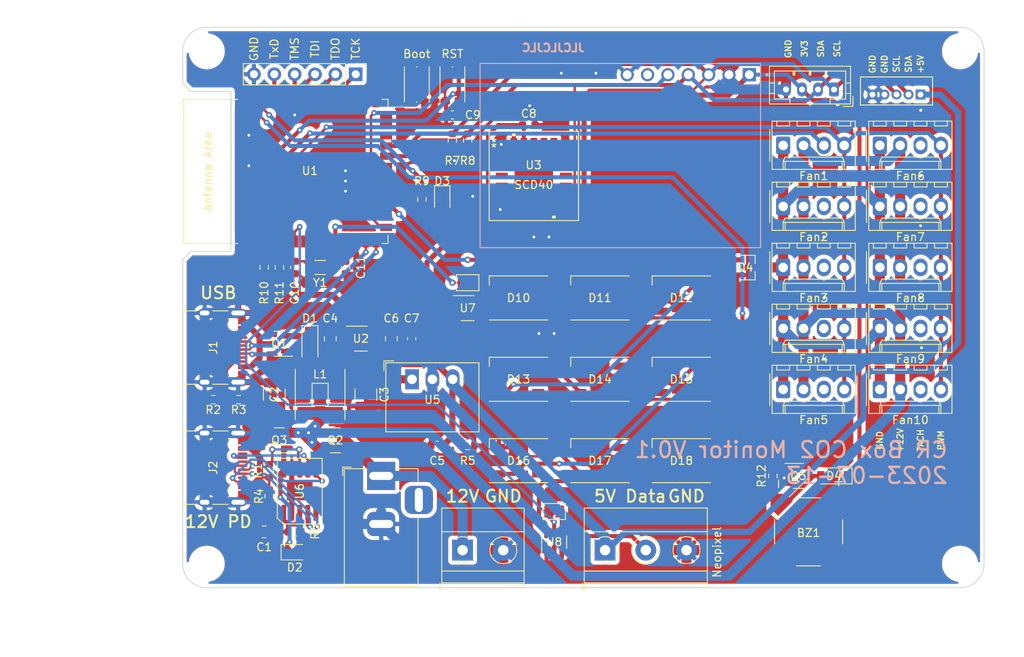
<source format=kicad_pcb>
(kicad_pcb (version 20211014) (generator pcbnew)
  (title_block (title "CR Box CO2 Monitor") (date "2023-07-13") (rev "V0.1"))
  (layers (0 "F.Cu" signal) (31 "B.Cu" signal) (34 "B.Paste" user) (35 "F.Paste" user) (36 "B.SilkS" user "B.Silkscreen") (37 "F.SilkS" user "F.Silkscreen") (38 "B.Mask" user) (39 "F.Mask" user) (44 "Edge.Cuts" user))
  (net 0 "")
  (net 1 "+3V3")
  (net 2 "Net-(BZ1-Pad2)")
  (net 3 "GND")
  (net 4 "+12V")
  (net 5 "Net-(C3-Pad1)")
  (net 6 "+5V")
  (net 7 "/{slash}RESET")
  (net 8 "Net-(C10-Pad2)")
  (net 9 "Net-(C11-Pad2)")
  (net 10 "/+12_RAW")
  (net 11 "VBUS")
  (net 12 "Net-(D3-Pad2)")
  (net 13 "Net-(D2-Pad2)")
  (net 14 "Net-(D14-Pad2)")
  (net 15 "/DIN_1")
  (net 16 "Net-(D15-Pad2)")
  (net 17 "/Fan_s")
  (net 18 "/Fan_PWM")
  (net 30 "/CC1")
  (net 31 "/D+")
  (net 32 "/D-")
  (net 33 "Net-(D16-Pad2)")
  (net 34 "/CC2")
  (net 35 "Net-(D17-Pad2)")
  (net 36 "/SDA")
  (net 37 "/SCL")
  (net 38 "/NEO_DATA_2_EXT")
  (net 39 "/U0TXD")
  (net 40 "/TCK")
  (net 41 "/TDO")
  (net 42 "/TDI")
  (net 43 "/TMS")
  (net 44 "/NEO_DATA")
  (net 45 "/NEO_DATA_2")
  (net 48 "/ON_LED")
  (net 49 "/BUZ")
  (net 50 "/BOOT_MODE")
  (net 52 "/SCD30_RDY")
  (net 53 "Net-(Q5-Pad1)")
  (net 54 "Net-(R1-Pad2)")
  (net 58 "/FAN_GND")
  (net 71 "/PD_VDD")
  (net 72 "/PD_PG")
  (net 73 "/PD_D-")
  (net 74 "/PD_D+")
  (net 75 "/PD_CC2")
  (net 76 "/PD_CC1")
  (net 77 "VCC")
  (net 79 "Net-(D10-Pad2)")
  (net 80 "Net-(D11-Pad2)")
  (net 81 "Net-(D12-Pad2)")
  (net 82 "Net-(D13-Pad2)")
  (net 84 "/PD_VBUS")
  (net 85 "/FAN_EN")
  (footprint "Resistor_SMD:R_0603_1608Metric" (layer "F.Cu") (at 85.56 82.22 180)
    (fp_text reference "R5")
    (fp_text value "100k")
  )
  (footprint "Connector_Molex:Molex_KK-254_AE-6410-04A_1x04_P2.54mm_Vertical" (layer "F.Cu") (at 136.995 52.375)
    (fp_text reference "Fan7")
    (fp_text value "Conn_01x04_Male")
  )
  (footprint "Resistor_SMD:R_0603_1608Metric" (layer "F.Cu") (at 85.56 44.12 -90)
    (fp_text reference "R8")
    (fp_text value "4k7")
  )
  (footprint "Connector_Molex:Molex_KK-254_AE-6410-04A_1x04_P2.54mm_Vertical" (layer "F.Cu") (at 124.93 67.615)
    (fp_text reference "Fan4")
    (fp_text value "Conn_01x04_Male")
  )
  (footprint "Capacitor_SMD:C_0805_2012Metric" (layer "F.Cu") (at 76.035 68.885 -90)
    (fp_text reference "C6")
    (fp_text value "10μF")
  )
  (footprint "SCD40:SCD40-D-R1" (layer "F.Cu") (at 93.815 48.565)
    (fp_text reference "U3")
    (fp_text value "SCD40")
  )
  (footprint "LED_SMD:LED_0805_2012Metric" (layer "F.Cu") (at 82.385 51.486 -90)
    (fp_text reference "D3")
    (fp_text value "LED (green)")
  )
  (footprint "Resistor_SMD:R_0603_1608Metric" (layer "F.Cu") (at 123.66 86.03 90)
    (fp_text reference "R12")
    (fp_text value "470R")
  )
  (footprint "Connector_Molex:Molex_KK-254_AE-6410-04A_1x04_P2.54mm_Vertical" (layer "F.Cu") (at 136.995 75.235)
    (fp_text reference "Fan10")
    (fp_text value "Conn_01x04_Male")
  )
  (footprint "LED_SMD:LED_0805_2012Metric" (layer "F.Cu") (at 63.97 95.555)
    (fp_text reference "D2")
    (fp_text value "LED (yellow)")
  )
  (footprint "LED_SMD:LED_WS2812B_PLCC4_5.0x5.0mm_P3.2mm" (layer "F.Cu") (at 112.23 63.805 180)
    (fp_text reference "D12")
    (fp_text value "WS2812B")
  )
  (footprint "LED_SMD:LED_WS2812B_PLCC4_5.0x5.0mm_P3.2mm" (layer "F.Cu") (at 102.07 84.125 180)
    (fp_text reference "D17")
    (fp_text value "WS2812B")
  )
  (footprint "Package_TO_SOT_SMD:SOT-23" (layer "F.Cu") (at 62.065 69.52 180)
    (fp_text reference "Q1")
    (fp_text value "DMG2301L")
  )
  (footprint "Jumper:SolderJumper-2_P1.3mm_Open_TrianglePad1.0x1.5mm" (layer "F.Cu") (at 67.145 75.87 90)
    (fp_text reference "JP1" hide)
    (fp_text value "SolderJumper_2_Open")
  )
  (footprint "Resistor_SMD:R_0603_1608Metric" (layer "F.Cu") (at 63.97 93.015)
    (fp_text reference "R6")
    (fp_text value "1k")
  )
  (footprint "Button_Switch_SMD:SW_Push_1P1T_NO_CK_KMR2" (layer "F.Cu") (at 83.655 37.135 90)
    (fp_text reference "SW2" hide)
    (fp_text value "SW_Push")
  )
  (footprint "Capacitor_SMD:C_0603_1608Metric" (layer "F.Cu") (at 78.575 68.885 -90)
    (fp_text reference "C7")
    (fp_text value "100nF")
  )
  (footprint "Resistor_SMD:R_0603_1608Metric" (layer "F.Cu") (at 53.81 76.505 180)
    (fp_text reference "R2")
    (fp_text value "5k1")
  )
  (footprint "Package_TO_SOT_SMD:SOT-23" (layer "F.Cu") (at 126.835 86.03)
    (fp_text reference "Q5")
    (fp_text value "BC847")
  )
  (footprint "LED_SMD:LED_WS2812B_PLCC4_5.0x5.0mm_P3.2mm" (layer "F.Cu") (at 91.91 73.965 180)
    (fp_text reference "D13")
    (fp_text value "WS2812B")
  )
  (footprint "MountingHole:MountingHole_3.5mm" (layer "F.Cu") (at 147 97)
    (fp_text reference "H4" hide)
    (fp_text value "MountingHole")
  )
  (footprint "Capacitor_SMD:C_1210_3225Metric" (layer "F.Cu") (at 72.86 75.87 -90)
    (fp_text reference "C3")
    (fp_text value "4.7μF/50V MLCC")
  )
  (footprint "Capacitor_SMD:C_0805_2012Metric" (layer "F.Cu") (at 68.415 68.885 90)
    (fp_text reference "C4")
    (fp_text value "10μF")
  )
  (footprint "LED_SMD:LED_WS2812B_PLCC4_5.0x5.0mm_P3.2mm" (layer "F.Cu") (at 91.91 84.125 180)
    (fp_text reference "D16")
    (fp_text value "WS2812B")
  )
  (footprint "Resistor_SMD:R_0603_1608Metric" (layer "F.Cu") (at 60.795 85.395 90)
    (fp_text reference "R1")
    (fp_text value "10k")
  )
  (footprint "Connector_BarrelJack:BarrelJack_Horizontal" (layer "F.Cu") (at 74.765 86.03 90)
    (fp_text reference "J3" hide)
    (fp_text value "Barrel_Jack")
  )
  (footprint "Connector_Molex:Molex_KK-254_AE-6410-04A_1x04_P2.54mm_Vertical" (layer "F.Cu") (at 136.995 59.995)
    (fp_text reference "Fan8")
    (fp_text value "Conn_01x04_Male")
  )
  (footprint "Resistor_SMD:R_0603_1608Metric" (layer "F.Cu") (at 62.065 59.995 90)
    (fp_text reference "R11")
    (fp_text value "10k")
  )
  (footprint "Connector_JST:JST_PH_B4B-PH-K_1x04_P2.00mm_Vertical" (layer "F.Cu") (at 131.28 37.77 180)
    (fp_text reference "J6" hide)
    (fp_text value "Conn_01x04")
  )
  (footprint "Package_TO_SOT_SMD:SOT-23" (layer "F.Cu") (at 69.05 81.585)
    (fp_text reference "Q2")
    (fp_text value "SI2343?")
  )
  (footprint "Resistor_SMD:R_0603_1608Metric" (layer "F.Cu") (at 56.985 76.505)
    (fp_text reference "R3")
    (fp_text value "5k1")
  )
  (footprint "Package_TO_SOT_SMD:SOT-23-5" (layer "F.Cu") (at 85.56 65.075)
    (fp_text reference "U7")
    (fp_text value "74AHCT1G125")
  )
  (footprint "Button_Switch_SMD:SW_Push_1P1T_NO_CK_KMR2" (layer "F.Cu") (at 79.21 37.135 -90)
    (fp_text reference "SW1" hide)
    (fp_text value "SW_Push")
  )
  (footprint "TerminalBlock_Phoenix:TerminalBlock_Phoenix_MKDS-1,5-3-5.08_1x03_P5.08mm_Horizontal" (layer "F.Cu") (at 102.705 95.301)
    (fp_text reference "J5" hide)
    (fp_text value "Screw_Terminal_01x03")
  )
  (footprint "Espressif footprints:ESP32-S3-WROOM-1" (layer "F.Cu") (at 65.875 48 90)
    (fp_text reference "U1")
    (fp_text value "ESP32-S3-WROOM-1-N4")
  )
  (footprint "CH224K:CH224K-ESSOP-10" (layer "F.Cu") (at 64.605 87.935 90)
    (fp_text reference "U6")
    (fp_text value "CH224K")
  )
  (footprint "Resistor_SMD:R_0603_1608Metric" (layer "F.Cu") (at 60.795 88.57 -90)
    (fp_text reference "R4")
    (fp_text value "1k")
  )
  (footprint "MountingHole:MountingHole_3.5mm" (layer "F.Cu") (at 147 33)
    (fp_text reference "H3" hide)
    (fp_text value "MountingHole")
  )
  (footprint "Resistor_SMD:R_0603_1608Metric" (layer "F.Cu") (at 79.845 51.486 -90)
    (fp_text reference "R9")
    (fp_text value "1k")
  )
  (footprint "TerminalBlock_Phoenix:TerminalBlock_Phoenix_MKDS-1,5-2-5.08_1x02_P5.08mm_Horizontal" (layer "F.Cu") (at 84.925 95.301)
    (fp_text reference "J4" hide)
    (fp_text value "Screw_Terminal_01x02")
  )
  (footprint "Capacitor_SMD:C_0603_1608Metric" (layer "F.Cu") (at 93.18 42.215)
    (fp_text reference "C8")
    (fp_text value "100nF")
  )
  (footprint "Capacitor_SMD:C_0603_1608Metric" (layer "F.Cu") (at 83.655 40.945 180)
    (fp_text reference "C9")
    (fp_text value "100nF")
  )
  (footprint "Connector_USB:USB_C_Receptacle_XKB_U262-16XN-4BVC11" (layer "F.Cu") (at 53.81 70 -90)
    (fp_text reference "J1")
    (fp_text value "USB4105-GF-A-120")
  )
  (footprint "Connector_USB:USB_C_Receptacle_XKB_U262-16XN-4BVC11" (layer "F.Cu") (at 53.81 85 -90)
    (fp_text reference "J2")
    (fp_text value "USB4105-GF-A-120")
  )
  (footprint "Connector_Molex:Molex_KK-254_AE-6410-04A_1x04_P2.54mm_Vertical" (layer "F.Cu") (at 124.93 59.995)
    (fp_text reference "Fan3")
    (fp_text value "Conn_01x04_Male")
  )
  (footprint "Inductor_SMD:L_Taiyo-Yuden_NR-60xx" (layer "F.Cu") (at 67.145 75.87 90)
    (fp_text reference "L1")
    (fp_text value "10μH")
  )
  (footprint "Converter_DCDC:Converter_DCDC_RECOM_R-78B-2.0_THT" (layer "F.Cu") (at 78.6175 73.965)
    (fp_text reference "U5")
    (fp_text value "R-78B5.0-2.0")
  )
  (footprint "Connector_Molex:Molex_KK-254_AE-6410-04A_1x04_P2.54mm_Vertical" (layer "F.Cu") (at 124.93 44.755)
    (fp_text reference "Fan1")
    (fp_text value "Conn_01x04_Male")
  )
  (footprint "Connector_Molex:Molex_KK-254_AE-6410-04A_1x04_P2.54mm_Vertical" (layer "F.Cu") (at 136.995 44.755)
    (fp_text reference "Fan6")
    (fp_text value "Conn_01x04_Male")
  )
  (footprint "MountingHole:MountingHole_3.5mm" (layer "F.Cu") (at 53 33)
    (fp_text reference "H2" hide)
    (fp_text value "MountingHole")
  )
  (footprint "Resistor_SMD:R_0603_1608Metric" (layer "F.Cu") (at 83.655 44.12 -90)
    (fp_text reference "R7")
    (fp_text value "4k7")
  )
  (footprint "Jumper:SolderJumper-2_P1.3mm_Open_TrianglePad1.0x1.5mm" (layer "F.Cu") (at 85.56 61.9)
    (fp_text reference "JP2" hide)
    (fp_text value "SolderJumper_2_Open")
  )
  (footprint "Diode_SMD:D_SOD-123" (layer "F.Cu") (at 65.875 69.52 -90)
    (fp_text reference "D1")
    (fp_text value "MBR0520")
  )
  (footprint "Crystal:Crystal_SMD_3215-2Pin_3.2x1.5mm" (layer "F.Cu") (at 67.145 59.995)
    (fp_text reference "Y1")
    (fp_text value "32.768")
  )
  (footprint "JST-ZH:JST_B5B-ZR(LF)(SN)" (layer "F.Cu") (at 142.075 38.405)
    (fp_text reference "J7" hide)
    (fp_text value "Conn_01x05_Male")
  )
  (footprint "Jumper:SolderJumper-2_P1.3mm_Open_TrianglePad1.0x1.5mm" (layer "F.Cu") (at 96.355 90.475)
    (fp_text reference "JP3" hide)
    (fp_text value "SolderJumper_2_Open")
  )
  (footprint "Resistor_SMD:R_0603_1608Metric" (layer "F.Cu") (at 60.16 59.995 -90)
    (fp_text reference "R10")
    (fp_text value "10k")
  )
  (footprint "Capacitor_SMD:C_0603_1608Metric" (layer "F.Cu") (at 63.97 59.995 90)
    (fp_text reference "C10")
    (fp_text value "10pF")
  )
  (footprint "Connector_PinHeader_2.54mm:PinHeader_1x06_P2.54mm_Vertical" (layer "F.Cu") (at 71.59 35.865 -90)
    (fp_text reference "J10" hide)
    (fp_text value "Conn_01x06_Male")
  )
  (footprint "LED_SMD:LED_WS2812B_PLCC4_5.0x5.0mm_P3.2mm" (layer "F.Cu") (at 102.07 73.965 180)
    (fp_text reference "D14")
    (fp_text value "WS2812B")
  )
  (footprint "Capacitor_SMD:C_0805_2012Metric" (layer "F.Cu") (at 60.16 93.015)
    (fp_text reference "C1")
    (fp_text value "10μF")
  )
  (footprint "Connector_Molex:Molex_KK-254_AE-6410-04A_1x04_P2.54mm_Vertical" (layer "F.Cu") (at 124.93 52.375)
    (fp_text reference "Fan2")
    (fp_text value "Conn_01x04_Male")
  )
  (footprint "Diode_SMD:D_SOD-123" (layer "F.Cu") (at 131.28 86.03 180)
    (fp_text reference "D4")
    (fp_text value "MMSD4148")
  )
  (footprint "LED_SMD:LED_WS2812B_PLCC4_5.0x5.0mm_P3.2mm" (layer "F.Cu") (at 102.07 63.805 180)
    (fp_text reference "D11")
    (fp_text value "WS2812B")
  )
  (footprint "LED_SMD:LED_WS2812B_PLCC4_5.0x5.0mm_P3.2mm" (layer "F.Cu") (at 91.91 63.805 180)
    (fp_text reference "D10")
    (fp_text value "WS2812B")
  )
  (footprint "Package_TO_SOT_SMD:TSOT-23" (layer "F.Cu") (at 120.485 59.995)
    (fp_text reference "Q4")
    (fp_text value "SI2342DS-T1-GE3")
  )
  (footprint "Package_TO_SOT_SMD:SOT-23" (layer "F.Cu") (at 62.065 81.585 180)
    (fp_text reference "Q3")
    (fp_text value "SI2343?")
  )
  (footprint "Connector_Molex:Molex_KK-254_AE-6410-04A_1x04_P2.54mm_Vertical" (layer "F.Cu") (at 136.995 67.615)
    (fp_text reference "Fan9")
    (fp_text value "Conn_01x04_Male")
  )
  (footprint "ST-03BHT:XDCR_SMT-0827-S-HT-R" (layer "F.Cu") (at 128.105 93.015 -90)
    (fp_text reference "BZ1")
    (fp_text value "ST-03BHT")
  )
  (footprint "Connector_Molex:Molex_KK-254_AE-6410-04A_1x04_P2.54mm_Vertical" (layer "F.Cu") (at 124.93 75.235)
    (fp_text reference "Fan5")
    (fp_text value "Conn_01x04_Male")
  )
  (footprint "Package_TO_SOT_SMD:SOT-23-5" (layer "F.Cu") (at 72.225 68.885)
    (fp_text reference "U2")
    (fp_text value "AP2112K-3.3")
  )
  (footprint "Capacitor_SMD:C_0603_1608Metric" (layer "F.Cu") (at 81.75 82.22 180)
    (fp_text reference "C5")
    (fp_text value "0.1μF")
  )
  (footprint "Package_TO_SOT_SMD:SOT-23-5" (layer "F.Cu") (at 96.355 94.285 90)
    (fp_text reference "U8")
    (fp_text value "74AHCT1G125")
  )
  (footprint "LED_SMD:LED_WS2812B_PLCC4_5.0x5.0mm_P3.2mm" (layer "F.Cu") (at 112.23 73.965 180)
    (fp_text reference "D15")
    (fp_text value "WS2812B")
  )
  (footprint "Capacitor_SMD:C_1210_3225Metric" (layer "F.Cu") (at 61.43 75.87 90)
    (fp_text reference "C2")
    (fp_text value "10μF/50V MLCC")
  )
  (footprint "MountingHole:MountingHole_3.5mm" (layer "F.Cu") (at 53 97)
    (fp_text reference "H1" hide)
    (fp_text value "MountingHole")
  )
  (footprint "LED_SMD:LED_WS2812B_PLCC4_5.0x5.0mm_P3.2mm" (layer "F.Cu") (at 112.23 84.125 180)
    (fp_text reference "D18")
    (fp_text value "WS2812B")
  )
  (footprint "Capacitor_SMD:C_0603_1608Metric" (layer "F.Cu") (at 70.32 59.995 90)
    (fp_text reference "C11")
    (fp_text value "10pF")
  )
  (footprint "SCD30:SCD30" (layer "B.Cu") (at 104.61 46.025 180)
    (fp_text reference "U4" hide)
    (fp_text value "SCD30")
  )
  (gr_line locked (start 56 38) (end 51 38) (layer "Edge.Cuts") (width 0.1))
  (gr_arc locked (start 50 33) (mid 50.87868 30.87868) (end 53 30) (layer "Edge.Cuts") (width 0.1))
  (gr_line locked (start 56 58) (end 56 38) (layer "Edge.Cuts") (width 0.1))
  (gr_line (start 53 30) (end 147 30) (layer "Edge.Cuts") (width 0.1))
  (gr_line locked (start 50 37) (end 50 33) (layer "Edge.Cuts") (width 0.1))
  (gr_line (start 53 100) (end 147 100) (layer "Edge.Cuts") (width 0.1))
  (gr_arc (start 147 30) (mid 149.12132 30.87868) (end 150 33) (layer "Edge.Cuts") (width 0.1))
  (gr_line locked (start 50 59) (end 51 58) (layer "Edge.Cuts") (width 0.1))
  (gr_line (start 150 97) (end 150 33) (layer "Edge.Cuts") (width 0.1))
  (gr_arc (start 150 97) (mid 149.12132 99.12132) (end 147 100) (layer "Edge.Cuts") (width 0.1))
  (gr_line locked (start 50 97) (end 50 59) (layer "Edge.Cuts") (width 0.1))
  (gr_arc locked (start 53 100) (mid 50.87868 99.12132) (end 50 97) (layer "Edge.Cuts") (width 0.1))
  (gr_line locked (start 51 58) (end 56 58) (layer "Edge.Cuts") (width 0.1))
  (gr_line locked (start 51 38) (end 50 37) (layer "Edge.Cuts") (width 0.1))
  (gr_text "${TITLE} ${REVISION}\n${ISSUE_DATE}" (at 145.631 84.379) (layer "B.SilkS") (effects (font (size 2 2) (thickness 0.3)) (justify left mirror)))
  (gr_text "JLCJLCJLC" (at 96.228 32.563) (layer "B.SilkS") (effects (font (size 1 1) (thickness 0.25)) (justify mirror)))
  (gr_text "+12V" (at 139.535 81.585 90) (layer "F.SilkS") (effects (font (size 0.75 0.75))))
  (gr_text "RST" (at 83.655 33.325) (layer "F.SilkS") (effects (font (size 1 1))))
  (gr_text "Boot" (at 79.21 33.325) (layer "F.SilkS") (effects (font (size 1 1))))
  (gr_text "3V3" (at 127.597 32.69 90) (layer "F.SilkS") (effects (font (size 0.75 0.75))))
  (gr_text "SCL" (at 131.661 32.69 90) (layer "F.SilkS") (effects (font (size 0.75 0.75))))
  (gr_text "5V" (at 102.705 88.57) (layer "F.SilkS") (effects (font (size 1.5 1.5) (thickness 0.25))))
  (gr_text "+5V" (at 142.075 34.595 90) (layer "F.SilkS") (effects (font (size 0.75 0.75))))
  (gr_text "GND" (at 136.075 34.595 90) (layer "F.SilkS") (effects (font (size 0.75 0.75))))
  (gr_text "SDA" (at 140.575 34.595 90) (layer "F.SilkS") (effects (font (size 0.75 0.75))))
  (gr_text "PWM" (at 144.615 81.585 90) (layer "F.SilkS") (effects (font (size 0.75 0.75))))
  (gr_text "SCL" (at 139.075 34.595 90) (layer "F.SilkS") (effects (font (size 0.75 0.75))))
  (gr_text "TDI" (at 66.51 32.69 90) (layer "F.SilkS") (effects (font (size 1 1))))
  (gr_text "GND" (at 136.995 81.585 90) (layer "F.SilkS") (effects (font (size 0.75 0.75))))
  (gr_text "TMS" (at 63.97 32.69 90) (layer "F.SilkS") (effects (font (size 1 1))))
  (gr_text "GND" (at 112.865 88.57) (layer "F.SilkS") (effects (font (size 1.5 1.5) (thickness 0.25))))
  (gr_text "GND" (at 125.565 32.69 90) (layer "F.SilkS") (effects (font (size 0.75 0.75))))
  (gr_text "GND" (at 137.575 34.595 90) (layer "F.SilkS") (effects (font (size 0.75 0.75))))
  (gr_text "TCK" (at 71.59 32.69 90) (layer "F.SilkS") (effects (font (size 1 1))))
  (gr_text "GND" (at 58.89 32.69 90) (layer "F.SilkS") (effects (font (size 1 1))))
  (gr_text "TDO" (at 69.05 32.69 90) (layer "F.SilkS") (effects (font (size 1 1))))
  (gr_text "Data" (at 107.785 88.57) (layer "F.SilkS") (effects (font (size 1.5 1.5) (thickness 0.25))))
  (gr_text "SDA" (at 129.629 32.69 90) (layer "F.SilkS") (effects (font (size 0.75 0.75))))
  (gr_text "GND" (at 90.005 88.57) (layer "F.SilkS") (effects (font (size 1.5 1.5) (thickness 0.25))))
  (gr_text "TxD" (at 61.43 32.69 90) (layer "F.SilkS") (effects (font (size 1 1))))
  (gr_text "12V" (at 84.925 88.57) (layer "F.SilkS") (effects (font (size 1.5 1.5) (thickness 0.25))))
  (gr_text "TACH" (at 142.075 81.585 90) (layer "F.SilkS") (effects (font (size 0.75 0.75))))
  (gr_text "Neopixel" (at 116.675 95.555 90) (layer "F.SilkS") (effects (font (size 1 1))))
  (gr_text "12V PD" (at 54.445 91.745) (layer "F.SilkS") (effects (font (size 1.5 1.5) (thickness 0.25))))
  (gr_text "USB" (at 54.445 63.17) (layer "F.SilkS") (effects (font (size 1.5 1.5) (thickness 0.25))))
  (segment (start 92.565 44.565) (end 92.565 42.375) (width 0.508) (layer "F.Cu") (net 1))
  (segment (start 134.455 42.422394) (end 134.455 84.505) (width 0.508) (layer "F.Cu") (net 1))
  (segment (start 89.37 42.215) (end 92.405 42.215) (width 0.508) (layer "F.Cu") (net 1))
  (segment (start 127.28 37.77) (end 128.609 39.099) (width 0.508) (layer "F.Cu") (net 1))
  (segment (start 134.455 84.505) (end 132.93 86.03) (width 0.508) (layer "F.Cu") (net 1))
  (segment (start 88.1 43.485) (end 89.37 42.215) (width 0.508) (layer "F.Cu") (net 1))
  (segment (start 100.0914 52.310378) (end 100.0914 39.7486) (width 0.635) (layer "F.Cu") (net 1))
  (segment (start 101.3597 38.4803) (end 118.1547 38.4803) (width 0.635) (layer "F.Cu") (net 1))
  (segment (start 128.609 39.099) (end 131.131606 39.099) (width 0.508) (layer "F.Cu") (net 1))
  (segment (start 92.565 52.565) (end 92.565 53.625) (width 0.635) (layer "F.Cu") (net 1))
  (segment (start 132.93 86.03) (end 132.93 88.19) (width 0.508) (layer "F.Cu") (net 1))
  (segment (start 118.1547 38.4803) (end 120.71 35.925) (width 0.635) (layer "F.Cu") (net 1))
  (segment (start 58.885 59.474501) (end 58.885 56.75) (width 0.762) (layer "F.Cu") (net 1))
  (segment (start 98.065178 54.3366) (end 100.0914 52.310378) (width 0.635) (layer "F.Cu") (net 1))
  (segment (start 64.669 63.424) (end 68.669 63.424) (width 0.762) (layer "F.Cu") (net 1))
  (segment (start 88.1 54.28) (end 91.91 54.28) (width 0.635) (layer "F.Cu") (net 1))
  (segment (start 87.91 44.945) (end 88.1 44.755) (width 0.508) (layer "F.Cu") (net 1))
  (segment (start 131.131606 39.099) (end 134.455 42.422394) (width 0.508) (layer "F.Cu") (net 1))
  (segment (start 73.18 67.935) (end 73.3625 67.935) (width 0.762) (layer "F.Cu") (net 1))
  (segment (start 60.16 60.82) (end 60.16 60.749501) (width 0.762) (layer "F.Cu") (net 1))
  (segment (start 92.565 42.375) (end 92.405 42.215) (width 0.508) (layer "F.Cu") (net 1))
  (segment (start 92.565 53.625) (end 91.91 54.28) (width 0.635) (layer "F.Cu") (net 1))
  (segment (start 85.56 54.28) (end 80.48 59.36) (width 0.635) (layer "F.Cu") (net 1))
  (segment (start 88.1 54.28) (end 85.56 54.28) (width 0.635) (layer "F.Cu") (net 1))
  (segment (start 80.48 59.36) (end 80.48 66.205) (width 0.635) (layer "F.Cu") (net 1))
  (segment (start 91.91 54.28) (end 91.9666 54.3366) (width 0.635) (layer "F.Cu") (net 1))
  (segment (start 62.065 60.82) (end 64.669 63.424) (width 0.762) (layer "F.Cu") (net 1))
  (segment (start 88.1 44.755) (end 88.1 43.485) (width 0.508) (layer "F.Cu") (net 1))
  (segment (start 88.1 44.755) (end 88.1 54.28) (width 0.508) (layer "F.Cu") (net 1))
  (segment (start 60.16 60.749501) (end 58.885 59.474501) (width 0.762) (layer "F.Cu") (net 1))
  (segment (start 68.669 63.424) (end 73.18 67.935) (width 0.762) (layer "F.Cu") (net 1))
  (segment (start 83.655 44.945) (end 85.56 44.945) (width 0.508) (layer "F.Cu") (net 1))
  (segment (start 80.48 66.205) (end 78.575 68.11) (width 0.635) (layer "F.Cu") (net 1))
  (segment (start 100.0914 39.7486) (end 101.3597 38.4803) (width 0.635) (layer "F.Cu") (net 1))
  (segment (start 73.3625 67.935) (end 76.035 67.935) (width 0.762) (layer "F.Cu") (net 1))
  (segment (start 91.9666 54.3366) (end 98.065178 54.3366) (width 0.635) (layer "F.Cu") (net 1))
  (segment (start 85.56 44.945) (end 87.91 44.945) (width 0.508) (layer "F.Cu") (net 1))
  (segment (start 60.16 60.82) (end 62.065 60.82) (width 0.762) (layer "F.Cu") (net 1))
  (segment (start 132.93 88.19) (end 131.705 89.415) (width 0.508) (layer "F.Cu") (net 1))
  (segment (start 78.4 67.935) (end 78.575 68.11) (width 0.762) (layer "F.Cu") (net 1))
  (segment (start 76.035 67.935) (end 78.4 67.935) (width 0.762) (layer "F.Cu") (net 1))
  (segment (start 120.71 35.925) (end 125.435 35.925) (width 0.508) (layer "B.Cu") (net 1))
  (segment (start 125.435 35.925) (end 127.28 37.77) (width 0.508) (layer "B.Cu") (net 1))
  (segment (start 128.74 86.03) (end 129.63 86.03) (width 0.508) (layer "F.Cu") (net 2))
  (segment (start 124.505 89.415) (end 125.355 89.415) (width 0.508) (layer "F.Cu") (net 2))
  (segment (start 127.7725 86.03) (end 128.74 86.03) (width 0.508) (layer "F.Cu") (net 2))
  (segment (start 125.355 89.415) (end 128.74 86.03) (width 0.508) (layer "F.Cu") (net 2))
  (segment (start 61.355 74.32) (end 61.43 74.395) (width 0.762) (layer "F.Cu") (net 3))
  (segment (start 112.865 95.301) (end 112.865 92.761) (width 1.27) (layer "F.Cu") (net 3))
  (segment (start 84.4225 66.025) (end 83.855815 66.025) (width 0.508) (layer "F.Cu") (net 3))
  (segment (start 84.176 66.2715) (end 84.4225 66.025) (width 0.508) (layer "F.Cu") (net 3))
  (segment (start 56.915 65.68) (end 56.915 63.24) (width 0.762) (layer "F.Cu") (net 3))
  (segment (start 125.2015 86.284) (end 125.8975 86.98) (width 0.635) (layer "F.Cu") (net 3))
  (segment (start 83.855815 66.025) (end 83.306 65.475185) (width 0.508) (layer "F.Cu") (net 3))
  (segment (start 68.1125 80.635) (end 68.984 80.635) (width 0.762) (layer "F.Cu") (net 3))
  (segment (start 93.815 48.565) (end 91.315 51.065) (width 0.508) (layer "F.Cu") (net 3))
  (segment (start 90.005 95.301) (end 91.656 95.301) (width 1.27) (layer "F.Cu") (net 3))
  (segment (start 58.255 80.315) (end 58.255 80.875) (width 0.762) (layer "F.Cu") (net 3))
  (segment (start 52.735 65.68) (end 52.735 74.32) (width 1.27) (layer "F.Cu") (net 3))
  (segment (start 57.48 88.35) (end 57.48 88.755) (width 0.762) (layer "F.Cu") (net 3))
  (segment (start 58.255 80.875) (end 57.48 81.65) (width 0.762) (layer "F.Cu") (net 3))
  (segment (start 73.065 77.14) (end 72.86 77.345) (width 1.27) (layer "F.Cu") (net 3))
  (segment (start 118.17 34.758274) (end 118.841274 34.087) (width 1.27) (layer "F.Cu") (net 3))
  (segment (start 56.915 74.32) (end 61.355 74.32) (width 0.762) (layer "F.Cu") (net 3))
  (segment (start 91.315 51.065) (end 91.315 52.565) (width 0.508) (layer "F.Cu") (net 3))
  (segment (start 83.306 64.674815) (end 83.855815 64.125) (width 0.508) (layer "F.Cu") (net 3))
  (segment (start 63.97 60.77) (end 64.476264 60.77) (width 0.254) (layer "F.Cu") (net 3))
  (segment (start 83.306 65.475185) (end 83.306 64.674815) (width 0.508) (layer "F.Cu") (net 3))
  (segment (start 57.48 66.245) (end 56.915 65.68) (width 0.762) (layer "F.Cu") (net 3))
  (segment (start 57.81 79.87) (end 57.81 76.505) (width 0.762) (layer "F.Cu") (net 3))
  (segment (start 52.735 80.68) (end 52.735 89.32) (width 1.27) (layer "F.Cu") (net 3))
  (segment (start 56.915 63.24) (end 56.915 63.113) (width 0.3048) (layer "F.Cu") (net 3))
  (segment (start 112.865 95.301) (end 115.786 95.301) (width 1.27) (layer "F.Cu") (net 3))
  (segment (start 57.48 88.755) (end 56.915 89.32) (width 0.762) (layer "F.Cu") (net 3))
  (segment (start 81.1575 75.8275) (end 79.845 77.14) (width 1.27) (layer "F.Cu") (net 3))
  (segment (start 52.735 65.68) (end 56.915 65.68) (width 1.27) (layer "F.Cu") (net 3))
  (segment (start 91.315 44.565) (end 91.315 46.065) (width 0.508) (layer "F.Cu") (net 3))
  (segment (start 115.786 95.301) (end 111.087 95.301) (width 1.27) (layer "F.Cu") (net 3))
  (segment (start 59.21 93.015) (end 59.21 89.78) (width 0.762) (layer "F.Cu") (net 3))
  (segment (start 64.476264 60.77) (end 64.971264 61.265) (width 0.254) (layer "F.Cu") (net 3))
  (segment (start 68.984 80.635) (end 69.558 80.061) (width 0.762) (layer "F.Cu") (net 3))
  (segment (start 69.825 61.265) (end 70.32 60.77) (width 0.254) (layer "F.Cu") (net 3))
  (segment (start 57.48 81.65) (end 57.48 81.245) (width 0.762) (layer "F.Cu") (net 3))
  (segment (start 59.21 89.78) (end 57.711 88.281) (width 0.762) (layer "F.Cu") (net 3))
  (segment (start 83.855815 64.125) (end 84.4225 64.125) (width 0.508) (layer "F.Cu") (net 3))
  (segment (start 125.28 36.5452) (end 125.28 37.77) (width 1.27) (layer "F.Cu") (net 3))
  (segment (start 71.0755 68.873) (end 71.0875 68.885) (width 0.762) (layer "F.Cu") (net 3))
  (segment (start 66.16 65.68) (end 68.415 67.935) (width 0.762) (layer "F.Cu") (net 3))
  (segment (start 57.48 73.35) (end 57.48 73.755) (width 0.762) (layer "F.Cu") (net 3))
  (segment (start 84.176 66.599) (end 84.176 66.2715) (width 0.508) (layer "F.Cu") (net 3))
  (segment (start 90.005 95.301) (end 90.005 93.015) (width 1.27) (layer "F.Cu") (net 3))
  (segment (start 122.8218 34.087) (end 125.28 36.5452) (width 1.27) (layer "F.Cu") (net 3))
  (segment (start 52.735 80.68) (end 56.915 80.68) (width 1.27) (layer "F.Cu") (net 3))
  (segment (start 81.115 69.66) (end 78.575 69.66) (width 0.508) (layer "F.Cu") (net 3))
  (segment (start 56.915 65.68) (end 66.16 65.68) (width 0.762) (layer "F.Cu") (net 3))
  (segment (start 78.575 69.66) (end 76.21 69.66) (width 0.508) (layer "F.Cu") (net 3))
  (segment (start 112.865 92.761) (end 112.865 97.46) (width 1.27) (layer "F.Cu") (net 3))
  (segment (start 57.48 73.755) (end 56.915 74.32) (width 0.762) (layer "F.Cu") (net 3))
  (segment (start 57.711 88.281) (end 57.48 88.281) (width 0.762) (layer "F.Cu") (net 3))
  (segment (start 118.841274 34.087) (end 122.8218 34.087) (width 1.27) (layer "F.Cu") (net 3))
  (segment (start 58.255 80.315) (end 57.81 79.87) (width 0.762) (layer "F.Cu") (net 3))
  (segment (start 81.1575 73.965) (end 81.1575 75.8275) (width 1.27) (layer "F.Cu") (net 3))
  (segment (start 57.48 81.245) (end 56.915 80.68) (width 0.762) (layer "F.Cu") (net 3))
  (segment (start 64.605 87.935) (end 66.764 87.935) (width 0.635) (layer "F.Cu") (net 3))
  (segment (start 90.005 93.015) (end 90.005 97.46) (width 1.27) (layer "F.Cu") (net 3))
  (segment (start 63.605 85.235) (end 63.605 86.935) (width 0.635) (layer "F.Cu") (net 3))
  (segment (start 69.558 80.061) (end 72.479 80.061) (width 0.762) (layer "F.Cu") (net 3))
  (segment (start 69.353 68.873) (end 71.0755 68.873) (width 0.762) (layer "F.Cu") (net 3))
  (segment (start 66.764 87.935) (end 67.399 88.57) (width 0.635) (layer "F.Cu") (net 3))
  (segment (start 125.057 86.284) (end 125.2015 86.284) (width 0.635) (layer "F.Cu") (net 3))
  (segment (start 63.605 90.635) (end 63.605 88.935) (width 0.635) (layer "F.Cu") (net 3))
  (segment (start 118.17 35.925) (end 118.17 34.758274) (width 1.27) (layer "F.Cu") (net 3))
  (segment (start 63.605 86.935) (end 64.605 87.935) (width 0.635) (layer "F.Cu") (net 3))
  (segment (start 57.48 66.65) (end 57.48 66.245) (width 0.762) (layer "F.Cu") (net 3))
  (segment (start 64.971264 61.265) (end 69.825 61.265) (width 0.254) (layer "F.Cu") (net 3))
  (segment (start 52.735 89.32) (end 56.915 89.32) (width 1.27) (layer "F.Cu") (net 3))
  (segment (start 91.656 95.301) (end 88.354 95.301) (width 1.27) (layer "F.Cu") (net 3))
  (segment (start 81.115 69.66) (end 84.176 66.599) (width 0.508) (layer "F.Cu") (net 3))
  (segment (start 68.415 67.935) (end 69.353 68.873) (width 0.762) (layer "F.Cu") (net 3))
  (segment (start 91.315 46.065) (end 93.815 48.565) (width 0.508) (layer "F.Cu") (net 3))
  (segment (start 63.605 88.935) (end 64.605 87.935) (width 0.635) (layer "F.Cu") (net 3))
  (segment (start 79.845 77.14) (end 73.065 77.14) (width 1.27) (layer "F.Cu") (net 3))
  (segment (start 76.21 69.66) (end 76.035 69.835) (width 0.508) (layer "F.Cu") (net 3))
  (via (at 95.706349 56.181233) (size 0.7564) (drill 0.35) (layers "F.Cu" "B.Cu") (net 3))
  (via (at 96.355 68.25) (size 0.7564) (drill 0.35) (layers "F.Cu" "B.Cu") (net 3))
  (via (at 70.32 47.93) (size 0.7564) (drill 0.35) (layers "F.Cu" "B.Cu") (net 3))
  (via (at 83.909 46.66) (size 0.7564) (drill 0.35) (layers "F.Cu" "B.Cu") (net 3))
  (via (at 89.624 52.756) (size 0.7564) (drill 0.35) (layers "F.Cu" "B.Cu") (net 3))
  (via (at 58.255 43.485) (size 0.7564) (drill 0.35) (layers "F.Cu" "B.Cu") (net 3))
  (via (at 93.307 39.802) (size 0.7564) (drill 0.35) (layers "F.Cu" "B.Cu") (net 3))
  (via (at 130.01 71.425) (size 0.7564) (drill 0.35) (layers "F.Cu" "B.Cu") (net 3))
  (via (at 70.32 49.2) (size 0.7564) (drill 0.35) (layers "F.Cu" "B.Cu") (net 3))
  (via (at 58.255 47.295) (size 0.7564) (drill 0.35) (layers "F.Cu" "B.Cu") (net 3))
  (via (at 142.202 70.028) (size 0.7564) (drill 0.35) (layers "F.Cu" "B.Cu") (net 3))
  (via (at 142.075 48.565) (size 0.7564) (drill 0.35) (layers "F.Cu" "B.Cu") (net 3))
  (via (at 130.01 48.184) (size 0.7564) (drill 0.35) (layers "F.Cu" "B.Cu") (net 3))
  (via (at 130.01 56.185) (size 0.7564) (drill 0.35) (layers "F.Cu" "B.Cu") (net 3))
  (via (at 86.195 51.105) (size 0.7564) (drill 0.35) (layers "F.Cu" "B.Cu") (net 3))
  (via (at 89.751 44.628) (size 0.7564) (drill 0.35) (layers "F.Cu" "B.Cu") (net 3))
  (via (at 93.815 56.185) (size 0.7564) (drill 0.35) (layers "F.Cu" "B.Cu") (net 3))
  (via (at 142.075 63.805) (size 0.7564) (drill 0.35) (layers "F.Cu" "B.Cu") (net 3))
  (via (at 130.01 63.805) (size 0.7564) (drill 0.35) (layers "F.Cu" "B.Cu") (net 3))
  (via (at 94.45 68.25) (size 0.7564) (drill 0.35) (layers "F.Cu" "B.Cu") (net 3))
  (via (at 70.32 50.47) (size 0.7564) (drill 0.35) (layers "F.Cu" "B.Cu") (net 3))
  (via (at 101.562 35.738) (size 0.7564) (drill 0.35) (layers "F.Cu" "B.Cu") (net 3))
  (via (at 97.244 35.738) (size 0.7564) (drill 0.35) (layers "F.Cu" "B.Cu") (net 3))
  (via (at 125.057 86.284) (size 0.7564) (drill 0.35) (layers "F.Cu" "B.Cu") (net 3))
  (via (at 63.97 40.945) (size 0.7564) (drill 0.35) (layers "F.Cu" "B.Cu") (net 3))
  (via (at 142.075 54.788) (size 0.7564) (drill 0.35) (layers "F.Cu" "B.Cu") (net 3))
  (segment (start 52.735 65.68) (end 52.735 74.32) (width 1.27) (layer "B.Cu") (net 3))
  (segment (start 87.084 98.222) (end 90.005 95.301) (width 1.27) (layer "B.Cu") (net 3))
  (segment (start 118.17 37.091726) (end 118.848274 37.77) (width 1.27) (layer "B.Cu") (net 3))
  (segment (start 80.957 98.222) (end 87.084 98.222) (width 1.27) (layer "B.Cu") (net 3))
  (segment (start 52.735 74.32) (end 56.915 74.32) (width 1.27) (layer "B.Cu") (net 3))
  (segment (start 90.005 95.301) (end 90.005 94.92) (width 1.27) (layer "B.Cu") (net 3))
  (segment (start 91.021 95.301) (end 91.91 96.19) (width 1.27) (layer "B.Cu") (net 3))
  (segment (start 52.735 80.68) (end 56.915 80.68) (width 1.27) (layer "B.Cu") (net 3))
  (segment (start 52.735 80.68) (end 52.735 89.32) (width 1.27) (layer "B.Cu") (net 3))
  (segment (start 118.848274 37.77) (end 125.28 37.77) (width 1.27) (layer "B.Cu") (net 3))
  (segment (start 90.005 95.301) (end 91.021 95.301) (width 1.27) (layer "B.Cu") (net 3))
  (segment (start 52.735 65.68) (end 56.915 65.68) (width 1.27) (layer "B.Cu") (net 3))
  (segment (start 81.1575 75.1925) (end 81.1575 71.4675) (width 1.27) (layer "B.Cu") (net 3))
  (segment (start 52.735 89.32) (end 56.915 89.32) (width 1.27) (layer "B.Cu") (net 3))
  (segment (start 74.765 92.03) (end 80.957 98.222) (width 1.27) (layer "B.Cu") (net 3))
  (segment (start 118.17 35.925) (end 118.17 37.091726) (width 1.27) (layer "B.Cu") (net 3))
  (segment (start 90.005 94.92) (end 88.735 93.65) (width 1.27) (layer "B.Cu") (net 3))
  (segment (start 74.765 92.03) (end 74.765 90.475) (width 1.27) (layer "B.Cu") (net 3))
  (segment (start 74.765 92.03) (end 72.51 92.03) (width 1.27) (layer "B.Cu") (net 3))
  (segment (start 63.0025 80.635) (end 63.0025 78.9175) (width 1.27) (layer "F.Cu") (net 4))
  (segment (start 64.925 80.635) (end 65.7 80.635) (width 0.762) (layer "F.Cu") (net 4))
  (segment (start 67.145 79.19) (end 67.145 76.595) (width 1.27) (layer "F.Cu") (net 4))
  (segment (start 127.47 44.755) (end 127.47 75.235) (width 1.27) (layer "F.Cu") (net 4))
  (segment (start 66.519 79.816) (end 67.145 79.19) (width 1.27) (layer "F.Cu") (net 4))
  (segment (start 63.0025 80.635) (end 64.412 80.635) (width 1.27) (layer "F.Cu") (net 4))
  (segment (start 68.1125 82.535) (end 66.825 82.535) (width 1.27) (layer "F.Cu") (net 4))
  (segment (start 65.7 80.635) (end 66.519 79.816) (width 1.27) (layer "F.Cu") (net 4))
  (segment (start 66.129 81.839) (end 64.925 80.635) (width 1.27) (layer "F.Cu") (net 4))
  (segment (start 64.412 80.635) (end 64.925 80.635) (width 1.27) (layer "F.Cu") (net 4))
  (segment (start 139.535 44.755) (end 139.535 75.235) (width 1.27) (layer "F.Cu") (net 4))
  (segment (start 63.0025 78.9175) (end 61.43 77.345) (width 1.27) (layer "F.Cu") (net 4))
  (segment (start 66.825 82.535) (end 66.129 81.839) (width 1.27) (layer "F.Cu") (net 4))
  (via (at 64.412 80.635) (size 0.7564) (drill 0.35) (layers "F.Cu" "B.Cu") (net 4))
  (via (at 66.519 79.816) (size 0.7564) (drill 0.35) (layers "F.Cu" "B.Cu") (net 4))
  (via (at 66.129 81.839) (size 0.7564) (drill 0.35) (layers "F.Cu" "B.Cu") (net 4))
  (via (at 65.7 80.635) (size 0.7564) (drill 0.35) (layers "F.Cu" "B.Cu") (net 4))
  (segment (start 138.064422 65.685) (end 139.535 67.155578) (width 1.27) (layer "B.Cu") (net 4))
  (segment (start 138.044422 46.705) (end 139.535 45.214422) (width 1.27) (layer "B.Cu") (net 4))
  (segment (start 127.47 67.635) (end 127.47 67.518766) (width 1.27) (layer "B.Cu") (net 4))
  (segment (start 66.519 79.816) (end 65.7 80.635) (width 1.27) (layer "B.Cu") (net 4))
  (segment (start 65.7 80.635) (end 80.8 80.635) (width 1.27) (layer "B.Cu") (net 4))
  (segment (start 139.535 45.214422) (end 139.535 44.775) (width 1.27) (layer "B.Cu") (net 4))
  (segment (start 139.535 77.14) (end 139.535 75.235) (width 1.27) (layer "B.Cu") (net 4))
  (segment (start 127.47 44.871234) (end 129.303766 46.705) (width 1.27) (layer "B.Cu") (net 4))
  (segment (start 127.47 44.775) (end 127.47 44.871234) (width 1.27) (layer "B.Cu") (net 4))
  (segment (start 127.47 67.518766) (end 129.303766 65.685) (width 1.27) (layer "B.Cu") (net 4))
  (segment (start 66.129 81.064) (end 65.7 80.635) (width 1.27) (layer "B.Cu") (net 4))
  (segment (start 139.535 67.155578) (end 139.535 67.635) (width 1.27) (layer "B.Cu") (net 4))
  (segment (start 80.8 80.635) (end 98.641 98.476) (width 1.27) (layer "B.Cu") (net 4))
  (segment (start 64.412 80.635) (end 65.7 80.635) (width 1.27) (layer "B.Cu") (net 4))
  (segment (start 129.303766 46.705) (end 138.044422 46.705) (width 1.27) (layer "B.Cu") (net 4))
  (segment (start 66.129 81.839) (end 66.129 81.064) (width 1.27) (layer "B.Cu") (net 4))
  (segment (start 129.303766 65.685) (end 138.064422 65.685) (width 1.27) (layer "B.Cu") (net 4))
  (segment (start 118.199 98.476) (end 139.535 77.14) (width 1.27) (layer "B.Cu") (net 4))
  (segment (start 98.641 98.476) (end 118.199 98.476) (width 1.27) (layer "B.Cu") (net 4))
  (segment (start 67.528 74.887) (end 67.145 74.887) (width 1.016) (layer "F.Cu") (net 5))
  (segment (start 68.02 74.395) (end 67.528 74.887) (width 1.016) (layer "F.Cu") (net 5))
  (segment (start 68.02 74.395) (end 67.145 73.52) (width 1.016) (layer "F.Cu") (net 5))
  (segment (start 73.29 73.965) (end 78.6175 73.965) (width 1.016) (layer "F.Cu") (net 5))
  (segment (start 68.02 74.395) (end 72.86 74.395) (width 1.016) (layer "F.Cu") (net 5))
  (segment (start 72.86 74.395) (end 73.29 73.965) (width 1.016) (layer "F.Cu") (net 5))
  (segment (start 65.875 71.17) (end 71.081 71.17) (width 0.762) (layer "F.Cu") (net 6))
  (segment (start 83.655 81.005) (end 83.6975 81.0475) (width 0.762) (layer "F.Cu") (net 6))
  (segment (start 83.6975 81.0475) (end 82.525 82.22) (width 0.762) (layer "F.Cu") (net 6))
  (segment (start 84.735 82.085) (end 83.6975 81.0475) (width 0.635) (layer "F.Cu") (net 6))
  (segment (start 84.735 82.22) (end 84.735 82.085) (width 0.635) (layer "F.Cu") (net 6))
  (segment (start 71.081 71.17) (end 71.971 72.06) (width 0.762) (layer "F.Cu") (net 6))
  (segment (start 65.175 70.47) (end 65.875 71.17) (width 0.762) (layer "F.Cu") (net 6))
  (segment (start 71.971 72.06) (end 81.67624 72.06) (width 0.762) (layer "F.Cu") (net 6))
  (segment (start 81.67624 72.06) (end 83.655 74.03876) (width 0.762) (layer "F.Cu") (net 6))
  (segment (start 83.655 74.03876) (end 83.655 81.005) (width 0.762) (layer "F.Cu") (net 6))
  (segment (start 65.175 70.47) (end 63.0025 70.47) (width 0.762) (layer "F.Cu") (net 6))
  (segment (start 146.774 40.64) (end 144.539 38.405) (width 0.762) (layer "B.Cu") (net 6))
  (segment (start 144.539 38.405) (end 142.075 38.405) (width 0.762) (layer "B.Cu") (net 6))
  (segment (start 120.739 93.015) (end 134.963 78.791) (width 0.762) (layer "B.Cu") (net 6))
  (segment (start 102.705 95.301) (end 102.959 95.301) (width 1.27) (layer "B.Cu") (net 6))
  (segment (start 146.774 69.393) (end 146.774 40.64) (width 0.762) (layer "B.Cu") (net 6))
  (segment (start 83.6975 73.965) (end 83.6975 74.6425) (width 1.27) (layer "B.Cu") (net 6))
  (segment (start 143.218 72.949) (end 146.774 69.393) (width 0.762) (layer "B.Cu") (net 6))
  (segment (start 134.963 73.838) (end 135.852 72.949) (width 0.762) (layer "B.Cu") (net 6))
  (segment (start 102.959 95.301) (end 105.245 93.015) (width 0.762) (layer "B.Cu") (net 6))
  (segment (start 83.6975 74.6425) (end 102.705 93.65) (width 1.27) (layer "B.Cu") (net 6))
  (segment (start 102.705 93.65) (end 102.705 95.301) (width 1.27) (layer "B.Cu") (net 6))
  (segment (start 134.963 78.791) (end 134.963 73.838) (width 0.762) (layer "B.Cu") (net 6))
  (segment (start 135.852 72.949) (end 143.218 72.949) (width 0.762) (layer "B.Cu") (net 6))
  (segment (start 105.245 93.015) (end 120.739 93.015) (width 0.762) (layer "B.Cu") (net 6))
  (segment (start 84.455 40.92) (end 84.43 40.945) (width 0.508) (layer "F.Cu") (net 7))
  (segment (start 60.155 56.75) (end 60.155 59.165) (width 0.508) (layer "F.Cu") (net 7))
  (segment (start 83.726787 38.326034) (end 84.114966 38.326034) (width 0.508) (layer "F.Cu") (net 7))
  (segment (start 64.605 42.85) (end 60.155 47.3) (width 0.508) (layer "F.Cu") (net 7))
  (segment (start 84.455 39.185) (end 84.455 40.92) (width 0.508) (layer "F.Cu") (net 7))
  (segment (start 84.455 35.085) (end 84.455 37.986) (width 0.508) (layer "F.Cu") (net 7))
  (segment (start 84.114966 38.326034) (end 84.455 37.986) (width 0.508) (layer "F.Cu") (net 7))
  (segment (start 84.455 37.986) (end 84.455 39.185) (width 0.508) (layer "F.Cu") (net 7))
  (segment (start 60.155 59.165) (end 60.16 59.17) (width 0.508) (layer "F.Cu") (net 7))
  (segment (start 60.155 47.3) (end 60.155 56.75) (width 0.508) (layer "F.Cu") (net 7))
  (via (at 64.605 42.85) (size 0.7064) (drill 0.3) (layers "F.Cu" "B.Cu") (net 7))
  (via (at 83.726787 38.326034) (size 0.7064) (drill 0.3) (layers "F.Cu" "B.Cu") (net 7))
  (segment (start 80.390521 41.6623) (end 83.726787 38.326034) (width 0.508) (layer "B.Cu") (net 7))
  (segment (start 65.7927 41.6623) (end 80.390521 41.6623) (width 0.508) (layer "B.Cu") (net 7))
  (segment (start 64.605 42.85) (end 65.7927 41.6623) (width 0.508) (layer "B.Cu") (net 7))
  (segment (start 65.895 59.995) (end 66.505 59.385) (width 0.3048) (layer "F.Cu") (net 8))
  (segment (start 63.97 59.22) (end 65.12 59.22) (width 0.3048) (layer "F.Cu") (net 8))
  (segment (start 66.505 59.385) (end 66.505 56.75) (width 0.3048) (layer "F.Cu") (net 8))
  (segment (start 65.12 59.22) (end 65.895 59.995) (width 0.3048) (layer "F.Cu") (net 8))
  (segment (start 68.395 59.995) (end 69.17 59.22) (width 0.3048) (layer "F.Cu") (net 9))
  (segment (start 67.775 56.75) (end 67.775 59.375) (width 0.3048) (layer "F.Cu") (net 9))
  (segment (start 69.17 59.22) (end 70.32 59.22) (width 0.3048) (layer "F.Cu") (net 9))
  (segment (start 67.775 59.375) (end 68.395 59.995) (width 0.3048) (layer "F.Cu") (net 9))
  (segment (start 70.32 81.585) (end 74.765 86.03) (width 1.27) (layer "F.Cu") (net 10))
  (segment (start 69.9875 81.585) (end 70.32 81.585) (width 1.27) (layer "F.Cu") (net 10))
  (segment (start 80.861 86.03) (end 74.765 86.03) (width 1.27) (layer "B.Cu") (net 10))
  (segment (start 84.925 95.301) (end 84.925 90.094) (width 1.27) (layer "B.Cu") (net 10))
  (segment (start 84.925 90.094) (end 80.861 86.03) (width 1.27) (layer "B.Cu") (net 10))
  (segment (start 59.593307 71.316053) (end 58.509 72.40036) (width 0.762) (layer "F.Cu") (net 11))
  (segment (start 57.48 72.40036) (end 58.509 72.40036) (width 0.5588) (layer "F.Cu") (net 11))
  (segment (start 57.48 67.45) (end 57.48 67.75) (width 0.254) (layer "F.Cu") (net 11))
  (segment (start 59.593307 69.588307) (end 61.059193 69.588307) (width 0.762) (layer "F.Cu") (net 11))
  (segment (start 58.82142 67.91218) (end 59.02462 68.11538) (width 0.762) (layer "F.Cu") (net 11))
  (segment (start 59.593307 68.684067) (end 59.593307 69.588307) (width 0.762) (layer "F.Cu") (net 11))
  (segment (start 57.48 67.59976) (end 58.509 67.59976) (width 0.5588) (layer "F.Cu") (net 11))
  (segment (start 61.059193 69.588307) (end 61.1275 69.52) (width 0.762) (layer "F.Cu") (net 11))
  (segment (start 59.02462 68.11538) (end 59.593307 68.684067) (width 0.762) (layer "F.Cu") (net 11))
  (segment (start 59.593307 69.588307) (end 59.593307 71.316053) (width 0.762) (layer "F.Cu") (net 11))
  (segment (start 57.48 72.25) (end 57.48 72.55) (width 0.254) (layer "F.Cu") (net 11))
  (segment (start 58.509 67.59976) (end 58.82142 67.91218) (width 0.762) (layer "F.Cu") (net 11))
  (segment (start 79.845 52.311) (end 82.2725 52.311) (width 0.508) (layer "F.Cu") (net 12))
  (segment (start 82.2725 52.311) (end 82.385 52.4235) (width 0.508) (layer "F.Cu") (net 12))
  (segment (start 64.795 95.4425) (end 64.9075 95.555) (width 0.508) (layer "F.Cu") (net 13))
  (segment (start 64.795 93.015) (end 64.795 95.4425) (width 0.508) (layer "F.Cu") (net 13))
  (segment (start 106.48 72.315) (end 109.78 75.615) (width 0.508) (layer "F.Cu") (net 14))
  (segment (start 104.52 72.315) (end 106.48 72.315) (width 0.508) (layer "F.Cu") (net 14))
  (segment (start 89.46 65.455) (end 89.46 65.071) (width 0.508) (layer "F.Cu") (net 15))
  (segment (start 86.6975 66.025) (end 88.89 66.025) (width 0.508) (layer "F.Cu") (net 15))
  (segment (start 89.46 65.071) (end 86.289 61.9) (width 0.508) (layer "F.Cu") (net 15))
  (segment (start 88.89 66.025) (end 89.46 65.455) (width 0.508) (layer "F.Cu") (net 15))
  (segment (start 96.99 84.506) (end 92.672 84.506) (width 0.508) (layer "F.Cu") (net 16))
  (segment (start 114.68 72.315) (end 113.88 72.315) (width 0.508) (layer "F.Cu") (net 16))
  (segment (start 92.672 84.506) (end 91.403 85.775) (width 0.508) (layer "F.Cu") (net 16))
  (segment (start 113.88 72.315) (end 112.865 73.33) (width 0.508) (layer "F.Cu") (net 16))
  (segment (start 91.403 85.775) (end 89.46 85.775) (width 0.508) (layer "F.Cu") (net 16))
  (via (at 96.99 84.506) (size 0.7064) (drill 0.3) (layers "F.Cu" "B.Cu") (net 16))
  (via (at 112.865 73.33) (size 0.7064) (drill 0.3) (layers "F.Cu" "B.Cu") (net 16))
  (segment (start 101.689 84.506) (end 112.865 73.33) (width 0.508) (layer "B.Cu") (net 16))
  (segment (start 96.99 84.506) (end 101.689 84.506) (width 0.508) (layer "B.Cu") (net 16))
  (segment (start 61.425 56.75) (end 61.425 58.53) (width 0.508) (layer "F.Cu") (net 17))
  (segment (start 61.425 47.681) (end 61.425 56.75) (width 0.508) (layer "F.Cu") (net 17))
  (segment (start 65.875 43.231) (end 61.425 47.681) (width 0.508) (layer "F.Cu") (net 17))
  (segment (start 61.425 58.53) (end 62.065 59.17) (width 0.508) (layer "F.Cu") (net 17))
  (via (at 65.875 43.231) (size 0.7064) (drill 0.3) (layers "F.Cu" "B.Cu") (net 17))
  (segment (start 65.875 43.231) (end 65.9202 43.2762) (width 0.508) (layer "B.Cu") (net 17))
  (segment (start 124.018394 43.206) (end 128.441 43.206) (width 0.508) (layer "B.Cu") (net 17))
  (segment (start 128.441 43.206) (end 130.01 44.775) (width 0.508) (layer "B.Cu") (net 17))
  (segment (start 65.9202 43.2762) (end 123.948194 43.2762) (width 0.508) (layer "B.Cu") (net 17))
  (segment (start 123.948194 43.2762) (end 124.018394 43.206) (width 0.508) (layer "B.Cu") (net 17))
  (segment (start 62.695 47.7352) (end 62.695 56.75) (width 0.3048) (layer "F.Cu") (net 18))
  (segment (start 67.9341 42.4961) (end 62.695 47.7352) (width 0.3048) (layer "F.Cu") (net 18))
  (segment (start 67.9341 42.4695) (end 67.9341 42.4961) (width 0.3048) (layer "F.Cu") (net 18))
  (segment (start 132.55 44.755) (end 132.55 75.235) (width 0.508) (layer "F.Cu") (net 18))
  (segment (start 144.615 44.755) (end 144.615 75.255) (width 0.508) (layer "F.Cu") (net 18))
  (via (at 67.9341 42.4695) (size 0.7064) (drill 0.3) (layers "F.Cu" "B.Cu") (net 18))
  (segment (start 136.083394 43.206) (end 143.066 43.206) (width 0.508) (layer "B.Cu") (net 18))
  (segment (start 132.53 44.755) (end 132.55 44.755) (width 0.508) (layer "B.Cu") (net 18))
  (segment (start 130.244 42.469) (end 132.53 44.755) (width 0.508) (layer "B.Cu") (net 18))
  (segment (start 136.063394 43.226) (end 136.083394 43.206) (width 0.508) (layer "B.Cu") (net 18))
  (segment (start 132.55 44.755) (end 134.079 43.226) (width 0.508) (layer "B.Cu") (net 18))
  (segment (start 67.9346 42.469) (end 130.244 42.469) (width 0.508) (layer "B.Cu") (net 18))
  (segment (start 143.066 43.206) (end 144.615 44.755) (width 0.508) (layer "B.Cu") (net 18))
  (segment (start 67.9341 42.4695) (end 67.9346 42.469) (width 0.508) (layer "B.Cu") (net 18))
  (segment (start 134.079 43.226) (end 136.063394 43.226) (width 0.508) (layer "B.Cu") (net 18))
  (segment (start 56.0738 69.2772) (end 56.0738 71.590711) (width 0.254) (layer "F.Cu") (net 30))
  (segment (start 56.601 68.75) (end 56.0738 69.2772) (width 0.254) (layer "F.Cu") (net 30))
  (segment (start 57.48 68.75) (end 56.601 68.75) (width 0.254) (layer "F.Cu") (net 30))
  (segment (start 55.084 72.58051) (end 55.084 76.056) (width 0.254) (layer "F.Cu") (net 30))
  (segment (start 56.0738 71.590711) (end 55.084 72.58051) (width 0.254) (layer "F.Cu") (net 30))
  (segment (start 55.084 76.056) (end 54.635 76.505) (width 0.254) (layer "F.Cu") (net 30))
  (segment (start 58.659107 70.850694) (end 58.558413 70.75) (width 0.254) (layer "F.Cu") (net 31))
  (segment (start 56.755 69.75) (end 56.5278 69.9772) (width 0.254) (layer "F.Cu") (net 31))
  (segment (start 74.125 58.085) (end 74.13 58.09) (width 0.3048) (layer "F.Cu") (net 31))
  (segment (start 58.558413 70.75) (end 57.48 70.75) (width 0.254) (layer "F.Cu") (net 31))
  (segment (start 56.5278 70.5106) (end 56.7672 70.75) (width 0.254) (layer "F.Cu") (net 31))
  (segment (start 56.7672 70.75) (end 57.48 70.75) (width 0.254) (layer "F.Cu") (net 31))
  (segment (start 74.125 56.75) (end 74.125 58.085) (width 0.3048) (layer "F.Cu") (net 31))
  (segment (start 57.48 69.75) (end 56.755 69.75) (width 0.254) (layer "F.Cu") (net 31))
  (segment (start 56.5278 69.9772) (end 56.5278 70.5106) (width 0.254) (layer "F.Cu") (net 31))
  (via (at 58.659107 70.850694) (size 0.7064) (drill 0.3) (layers "F.Cu" "B.Cu") (net 31))
  (via (at 74.13 58.09) (size 0.7064) (drill 0.3) (layers "F.Cu" "B.Cu") (net 31))
  (segment (start 58.659107 70.850694) (end 61.369306 70.850694) (width 0.508) (layer "B.Cu") (net 31))
  (segment (start 61.369306 70.850694) (end 74.13 58.09) (width 0.508) (layer "B.Cu") (net 31))
  (segment (start 58.359 69.25) (end 58.607702 69.498702) (width 0.254) (layer "F.Cu") (net 32))
  (segment (start 72.855 56.75) (end 72.855 58.085) (width 0.3048) (layer "F.Cu") (net 32))
  (segment (start 72.855 58.085) (end 72.86 58.09) (width 0.3048) (layer "F.Cu") (net 32))
  (segment (start 58.607702 69.498702) (end 58.607702 69.7486) (width 0.254) (layer "F.Cu") (net 32))
  (segment (start 58.341051 70.25) (end 58.607702 69.983349) (width 0.254) (layer "F.Cu") (net 32))
  (segment (start 57.48 70.25) (end 58.341051 70.25) (width 0.254) (layer "F.Cu") (net 32))
  (segment (start 57.48 69.25) (end 58.359 69.25) (width 0.254) (layer "F.Cu") (net 32))
  (segment (start 58.607702 69.983349) (end 58.607702 69.7486) (width 0.254) (layer "F.Cu") (net 32))
  (via (at 58.607702 69.7486) (size 0.7064) (drill 0.3) (layers "F.Cu" "B.Cu") (net 32))
  (via (at 72.86 58.09) (size 0.7064) (drill 0.3) (layers "F.Cu" "B.Cu") (net 32))
  (segment (start 61.2014 69.7486) (end 58.607702 69.7486) (width 0.508) (layer "B.Cu") (net 32))
  (segment (start 72.86 58.09) (end 61.2014 69.7486) (width 0.508) (layer "B.Cu") (net 32))
  (segment (start 96.32 82.475) (end 99.62 85.775) (width 0.508) (layer "F.Cu") (net 33))
  (segment (start 94.36 82.475) (end 96.32 82.475) (width 0.508) (layer "F.Cu") (net 33))
  (segment (start 55.538 72.768563) (end 56.556563 71.75) (width 0.254) (layer "F.Cu") (net 34))
  (segment (start 56.556563 71.75) (end 57.48 71.75) (width 0.254) (layer "F.Cu") (net 34))
  (segment (start 55.538 75.883) (end 55.538 72.768563) (width 0.254) (layer "F.Cu") (net 34))
  (segment (start 56.16 76.505) (end 55.538 75.883) (width 0.254) (layer "F.Cu") (net 34))
  (segment (start 104.52 82.475) (end 106.48 82.475) (width 0.508) (layer "F.Cu") (net 35))
  (segment (start 106.48 82.475) (end 109.78 85.775) (width 0.508) (layer "F.Cu") (net 35))
  (segment (start 84.735 44.12) (end 84.29 44.12) (width 0.508) (layer "F.Cu") (net 36))
  (segment (start 130.9025 36.1475) (end 138.334952 36.1475) (width 0.508) (layer "F.Cu") (net 36))
  (segment (start 138.334952 36.1475) (end 140.575 38.387548) (width 0.508) (layer "F.Cu") (net 36))
  (segment (start 98.9167 37.135) (end 98.9167 51.8238) (width 0.3048) (layer "F.Cu") (net 36))
  (segment (start 85.56 43.295) (end 84.735 44.12) (width 0.508) (layer "F.Cu") (net 36))
  (segment (start 77.87 46.095) (end 79.845 44.12) (width 0.508) (layer "F.Cu") (net 36))
  (segment (start 98.329 37.204) (end 111.811 37.204) (width 0.508) (layer "F.Cu") (net 36))
  (segment (start 91.651 37.204) (end 98.191 37.204) (width 0.508) (layer "F.Cu") (net 36))
  (segment (start 140.575 38.387548) (end 140.575 38.405) (width 0.508) (layer "F.Cu") (net 36))
  (segment (start 98.1755 52.565) (end 96.315 52.565) (width 0.3048) (layer "F.Cu") (net 36))
  (segment (start 98.26 37.135) (end 98.9167 37.135) (width 0.3048) (layer "F.Cu") (net 36))
  (segment (start 83.02 44.12) (end 84.29 44.12) (width 0.4064) (layer "F.Cu") (net 36))
  (segment (start 129.28 37.77) (end 130.9025 36.1475) (width 0.508) (layer "F.Cu") (net 36))
  (segment (start 79.845 44.12) (end 83.02 44.12) (width 0.508) (layer "F.Cu") (net 36))
  (segment (start 91.651 37.204) (end 85.56 43.295) (width 0.508) (layer "F.Cu") (net 36))
  (segment (start 75.375 46.095) (end 77.87 46.095) (width 0.508) (layer "F.Cu") (net 36))
  (segment (start 98.9167 51.8238) (end 98.1755 52.565) (width 0.3048) (layer "F.Cu") (net 36))
  (segment (start 111.811 37.204) (end 113.09 35.925) (width 0.508) (layer "F.Cu") (net 36))
  (segment (start 113.09 35.925) (end 116.264 39.099) (width 0.508) (layer "B.Cu") (net 36))
  (segment (start 127.951 39.099) (end 129.28 37.77) (width 0.508) (layer "B.Cu") (net 36))
  (segment (start 116.264 39.099) (end 127.951 39.099) (width 0.508) (layer "B.Cu") (net 36))
  (segment (start 137.542952 36.8555) (end 139.075 38.387548) (width 0.508) (layer "F.Cu") (net 37))
  (segment (start 75.375 44.825) (end 78.138736 44.825) (width 0.508) (layer "F.Cu") (net 37))
  (segment (start 100.7596 37.8104) (end 113.7446 37.8104) (width 0.3048) (layer "F.Cu") (net 37))
  (segment (start 113.7446 37.8104) (end 115.63 35.925) (width 0.3048) (layer "F.Cu") (net 37))
  (segment (start 79.668736 43.295) (end 83.655 43.295) (width 0.508) (layer "F.Cu") (net 37))
  (segment (start 114.3 34.595) (end 115.63 35.925) (width 0.508) (layer "F.Cu") (net 37))
  (segment (start 95.5562 53.6667) (end 97.787696 53.6667) (width 0.3048) (layer "F.Cu") (net 37))
  (segment (start 95.065 52.565) (end 95.065 53.1755) (width 0.3048) (layer "F.Cu") (net 37))
  (segment (start 99.4215 39.1485) (end 100.7596 37.8104) (width 0.3048) (layer "F.Cu") (net 37))
  (segment (start 97.787696 53.6667) (end 99.4215 52.032896) (width 0.3048) (layer "F.Cu") (net 37))
  (segment (start 139.075 38.387548) (end 139.075 38.405) (width 0.508) (layer "F.Cu") (net 37))
  (segment (start 83.655 43.295) (end 92.355 34.595) (width 0.508) (layer "F.Cu") (net 37))
  (segment (start 131.28 37.77) (end 132.1945 36.8555) (width 0.508) (layer "F.Cu") (net 37))
  (segment (start 99.4215 52.032896) (end 99.4215 39.1485) (width 0.3048) (layer "F.Cu") (net 37))
  (segment (start 95.065 53.1755) (end 95.5562 53.6667) (width 0.3048) (layer "F.Cu") (net 37))
  (segment (start 92.355 34.595) (end 114.3 34.595) (width 0.508) (layer "F.Cu") (net 37))
  (segment (start 78.138736 44.825) (end 79.668736 43.295) (width 0.508) (layer "F.Cu") (net 37))
  (segment (start 132.1945 36.8555) (end 137.542952 36.8555) (width 0.508) (layer "F.Cu") (net 37))
  (segment (start 126.1746 34.595) (end 128.0206 36.441) (width 0.508) (layer "B.Cu") (net 37))
  (segment (start 131.19 37.77) (end 131.28 37.77) (width 0.3048) (layer "B.Cu") (net 37))
  (segment (start 129.861 36.441) (end 131.19 37.77) (width 0.508) (layer "B.Cu") (net 37))
  (segment (start 128.0206 36.441) (end 129.861 36.441) (width 0.508) (layer "B.Cu") (net 37))
  (segment (start 115.63 35.925) (end 116.96 34.595) (width 0.508) (layer "B.Cu") (net 37))
  (segment (start 116.96 34.595) (end 126.1746 34.595) (width 0.508) (layer "B.Cu") (net 37))
  (segment (start 97.305 90.696) (end 97.084 90.475) (width 0.508) (layer "F.Cu") (net 38))
  (segment (start 97.305 93.1475) (end 97.305 93.33) (width 0.508) (layer "F.Cu") (net 38))
  (segment (start 97.522 93.547) (end 106.031 93.547) (width 0.508) (layer "F.Cu") (net 38))
  (segment (start 97.305 93.1475) (end 97.305 90.696) (width 0.508) (layer "F.Cu") (net 38))
  (segment (start 97.305 93.33) (end 97.522 93.547) (width 0.508) (layer "F.Cu") (net 38))
  (segment (start 106.031 93.547) (end 107.785 95.301) (width 0.508) (layer "F.Cu") (net 38))
  (segment (start 61.43 35.865) (end 61.43 39.245) (width 0.508) (layer "F.Cu") (net 39))
  (segment (start 61.43 39.245) (end 61.425 39.25) (width 0.508) (layer "F.Cu") (net 39))
  (segment (start 67.775 38.412) (end 68.383 37.804) (width 0.508) (layer "F.Cu") (net 40))
  (segment (start 69.651 37.804) (end 71.59 35.865) (width 0.508) (layer "F.Cu") (net 40))
  (segment (start 68.383 37.804) (end 69.651 37.804) (width 0.508) (layer "F.Cu") (net 40))
  (segment (start 67.775 39.25) (end 67.775 38.412) (width 0.508) (layer "F.Cu") (net 40))
  (segment (start 66.505 39.25) (end 66.505 38.41) (width 0.508) (layer "F.Cu") (net 41))
  (segment (start 66.505 38.41) (end 69.05 35.865) (width 0.508) (layer "F.Cu") (net 41))
  (segment (start 65.235 37.14) (end 65.235 39.25) (width 0.508) (layer "F.Cu") (net 42))
  (segment (start 66.51 35.865) (end 65.235 37.14) (width 0.508) (layer "F.Cu") (net 42))
  (segment (start 63.97 35.865) (end 63.97 39.245) (width 0.508) (layer "F.Cu") (net 43))
  (segment (start 63.97 39.245) (end 63.965 39.25) (width 0.508) (layer "F.Cu") (net 43))
  (segment (start 85.539 63.196054) (end 85.539 64.525185) (width 0.508) (layer "F.Cu") (net 44))
  (segment (start 85.539 64.525185) (end 84.989185 65.075) (width 0.508) (layer "F.Cu") (net 44))
  (segment (start 83.655 61.9) (end 84.835 61.9) (width 0.3048) (layer "F.Cu") (net 44))
  (segment (start 84.989185 65.075) (end 84.4225 65.075) (width 0.508) (layer "F.Cu") (net 44))
  (segment (start 84.835 62.492054) (end 85.539 63.196054) (width 0.508) (layer "F.Cu") (net 44))
  (segment (start 84.835 61.9) (end 84.835 62.492054) (width 0.508) (layer "F.Cu") (net 44))
  (segment (start 69.05 54.915) (end 69.05 56.745) (width 0.508) (layer "F.Cu") (net 44))
  (segment (start 69.05 56.745) (end 69.045 56.75) (width 0.508) (layer "F.Cu") (net 44))
  (via (at 69.05 54.915) (size 0.8) (drill 0.4) (layers "F.Cu" "B.Cu") (net 44))
  (via (at 83.655 61.9) (size 0.8) (drill 0.4) (layers "F.Cu" "B.Cu") (net 44))
  (segment (start 76.67 54.915) (end 83.655 61.9) (width 0.508) (layer "B.Cu") (net 44))
  (segment (start 69.05 54.915) (end 76.67 54.915) (width 0.508) (layer "B.Cu") (net 44))
  (segment (start 96.25806 91.679) (end 96.241946 91.679) (width 0.508) (layer "F.Cu") (net 45))
  (segment (start 96.355 91.77594) (end 96.3511 91.77204) (width 0.508) (layer "F.Cu") (net 45))
  (segment (start 63.965 56.75) (end 63.965 55.555) (width 0.3048) (layer "F.Cu") (net 45))
  (segment (start 96.3511 91.77204) (end 96.25806 91.679) (width 0.508) (layer "F.Cu") (net 45))
  (segment (start 96.355 95.4225) (end 96.355 91.77594) (width 0.508) (layer "F.Cu") (net 45))
  (segment (start 95.63 91.067054) (end 95.63 90.475) (width 0.508) (layer "F.Cu") (net 45))
  (segment (start 96.241946 91.679) (end 95.63 91.067054) (width 0.508) (layer "F.Cu") (net 45))
  (segment (start 63.965 55.555) (end 64.605 54.915) (width 0.3048) (layer "F.Cu") (net 45))
  (via (at 96.3511 91.77204) (size 0.7064) (drill 0.3) (layers "F.Cu" "B.Cu") (net 45))
  (via (at 64.605 54.915) (size 0.7064) (drill 0.3) (layers "F.Cu" "B.Cu") (net 45))
  (segment (start 81.75 77.14) (end 63.081 77.14) (width 0.3048) (layer "B.Cu") (net 45))
  (segment (start 57.902102 71.961102) (end 57.902102 69.45633) (width 0.3048) (layer "B.Cu") (net 45))
  (segment (start 96.3511 91.77204) (end 96.3511 91.7411) (width 0.3048) (layer "B.Cu") (net 45))
  (segment (start 57.902102 69.45633) (end 64.605 62.753432) (width 0.3048) (layer "B.Cu") (net 45))
  (segment (start 63.081 77.14) (end 57.902102 71.961102) (width 0.3048) (layer "B.Cu") (net 45))
  (segment (start 96.3511 91.7411) (end 81.75 77.14) (width 0.3048) (layer "B.Cu") (net 45))
  (segment (start 64.605 62.753432) (end 64.605 54.915) (width 0.3048) (layer "B.Cu") (net 45))
  (segment (start 78.702 47.9305) (end 79.845 49.0735) (width 0.508) (layer "F.Cu") (net 48))
  (segment (start 60.155 40.305) (end 60.155 39.25) (width 0.3048) (layer "F.Cu") (net 48))
  (segment (start 79.845 49.0735) (end 79.845 50.661) (width 0.508) (layer "F.Cu") (net 48))
  (segment (start 60.795 40.945) (end 60.155 40.305) (width 0.3048) (layer "F.Cu") (net 48))
  (via (at 78.702 47.9305) (size 0.7064) (drill 0.3) (layers "F.Cu" "B.Cu") (net 48))
  (via (at 60.795 40.945) (size 0.7064) (drill 0.3) (layers "F.Cu" "B.Cu") (net 48))
  (segment (start 74.765 44.12) (end 63.97 44.12) (width 0.508) (layer "B.Cu") (net 48))
  (segment (start 63.97 44.12) (end 60.795 40.945) (width 0.508) (layer "B.Cu") (net 48))
  (segment (start 78.5755 47.9305) (end 74.765 44.12) (width 0.508) (layer "B.Cu") (net 48))
  (segment (start 78.702 47.9305) (end 78.5755 47.9305) (width 0.508) (layer "B.Cu") (net 48))
  (segment (start 119.85 65.71) (end 119.85 83.045) (width 0.508) (layer "F.Cu") (net 49))
  (segment (start 58.885 40.305) (end 58.885 39.25) (width 0.3048) (layer "F.Cu") (net 49))
  (segment (start 60.4775 41.8975) (end 58.885 40.305) (width 0.3048) (layer "F.Cu") (net 49))
  (segment (start 119.85 83.045) (end 123.66 86.855) (width 0.508) (layer "F.Cu") (net 49))
  (via (at 60.4775 41.8975) (size 0.7064) (drill 0.3) (layers "F.Cu" "B.Cu") (net 49))
  (via (at 119.85 65.71) (size 0.7064) (drill 0.3) (layers "F.Cu" "B.Cu") (net 49))
  (segment (start 119.85 65.71) (end 119.85 57.455) (width 0.508) (layer "B.Cu") (net 49))
  (segment (start 119.85 57.455) (end 111.1322 48.7372) (width 0.508) (layer "B.Cu") (net 49))
  (segment (start 63.408 44.828) (end 60.4775 41.8975) (width 0.508) (layer "B.Cu") (net 49))
  (segment (start 74.331446 44.828) (end 63.408 44.828) (width 0.508) (layer "B.Cu") (net 49))
  (segment (start 111.1322 48.7372) (end 78.240646 48.7372) (width 0.508) (layer "B.Cu") (net 49))
  (segment (start 78.240646 48.7372) (end 74.331446 44.828) (width 0.508) (layer "B.Cu") (net 49))
  (segment (start 74.125 39.25) (end 78.345 39.25) (width 0.508) (layer "F.Cu") (net 50))
  (segment (start 78.41 39.185) (end 78.41 35.085) (width 0.508) (layer "F.Cu") (net 50))
  (segment (start 78.345 39.25) (end 78.41 39.185) (width 0.508) (layer "F.Cu") (net 50))
  (segment (start 73.495 41.072) (end 73.495 53.7398) (width 0.3048) (layer "F.Cu") (net 52))
  (segment (start 73.876 40.691) (end 73.495 41.072) (width 0.3048) (layer "F.Cu") (net 52))
  (segment (start 73.495 53.7398) (end 74.7402 54.985) (width 0.3048) (layer "F.Cu") (net 52))
  (segment (start 74.7402 54.985) (end 75.375 54.985) (width 0.3048) (layer "F.Cu") (net 52))
  (via (at 73.876 40.691) (size 0.7064) (drill 0.3) (layers "F.Cu" "B.Cu") (net 52))
  (segment (start 110.55 35.925) (end 109.271 37.204) (width 0.508) (layer "B.Cu") (net 52))
  (segment (start 109.271 37.204) (end 83.0145 37.204) (width 0.508) (layer "B.Cu") (net 52))
  (segment (start 79.5275 40.691) (end 73.876 40.691) (width 0.508) (layer "B.Cu") (net 52))
  (segment (start 83.0145 37.204) (end 79.5275 40.691) (width 0.508) (layer "B.Cu") (net 52))
  (segment (start 125.7725 85.205) (end 125.8975 85.08) (width 0.508) (layer "F.Cu") (net 53))
  (segment (start 123.66 85.205) (end 125.7725 85.205) (width 0.508) (layer "F.Cu") (net 53))
  (segment (start 64.4074 83.19773) (end 64.4074 83.78227) (width 0.3048) (layer "F.Cu") (net 54))
  (segment (start 61.176 84.189) (end 60.795 84.57) (width 0.3048) (layer "F.Cu") (net 54))
  (segment (start 64.54937 83.05576) (end 64.4074 83.19773) (width 0.3048) (layer "F.Cu") (net 54))
  (segment (start 64.54937 82.721909) (end 64.54937 83.05576) (width 0.3048) (layer "F.Cu") (net 54))
  (segment (start 64.605 83.97987) (end 64.605 85.235) (width 0.3048) (layer "F.Cu") (net 54))
  (segment (start 61.176 82.728) (end 61.176 84.189) (width 0.3048) (layer "F.Cu") (net 54))
  (segment (start 64.4074 83.78227) (end 64.605 83.97987) (width 0.3048) (layer "F.Cu") (net 54))
  (via (at 61.176 82.728) (size 0.8) (drill 0.4) (layers "F.Cu" "B.Cu") (net 54))
  (via (at 64.54937 82.721909) (size 0.8) (drill 0.4) (layers "F.Cu" "B.Cu") (net 54))
  (segment (start 64.54937 82.721909) (end 64.543279 82.728) (width 0.3048) (layer "B.Cu") (net 54))
  (segment (start 64.543279 82.728) (end 61.176 82.728) (width 0.3048) (layer "B.Cu") (net 54))
  (segment (start 136.995 75.235) (end 136.995 44.755) (width 1.27) (layer "F.Cu") (net 58))
  (segment (start 124.93 60.015) (end 124.93 44.755) (width 1.27) (layer "F.Cu") (net 58))
  (segment (start 121.795 59.995) (end 124.91 59.995) (width 1.27) (layer "F.Cu") (net 58))
  (segment (start 124.93 60.015) (end 124.93 75.235) (width 1.27) (layer "F.Cu") (net 58))
  (segment (start 124.91 59.995) (end 124.93 60.015) (width 1.27) (layer "F.Cu") (net 58))
  (segment (start 126.763766 50.445) (end 135.065 50.445) (width 1.27) (layer "B.Cu") (net 58))
  (segment (start 126.783766 69.565) (end 135.045 69.565) (width 1.27) (layer "B.Cu") (net 58))
  (segment (start 135.065 50.445) (end 136.995 52.375) (width 1.27) (layer "B.Cu") (net 58))
  (segment (start 124.93 52.278766) (end 126.763766 50.445) (width 1.27) (layer "B.Cu") (net 58))
  (segment (start 135.045 69.565) (end 136.995 67.615) (width 1.27) (layer "B.Cu") (net 58))
  (segment (start 124.93 52.395) (end 124.93 52.278766) (width 1.27) (layer "B.Cu") (net 58))
  (segment (start 124.93 67.711234) (end 126.783766 69.565) (width 1.27) (layer "B.Cu") (net 58))
  (segment (start 64.071 92.089) (end 64.605 91.555) (width 0.508) (layer "F.Cu") (net 71))
  (segment (start 61.11 93.015) (end 63.145 93.015) (width 0.508) (layer "F.Cu") (net 71))
  (segment (start 62.605 90.635) (end 62.035 90.635) (width 0.508) (layer "F.Cu") (net 71))
  (segment (start 62.035 90.635) (end 60.795 89.395) (width 0.508) (layer "F.Cu") (net 71))
  (segment (start 62.605 90.635) (end 62.605 91.489185) (width 0.508) (layer "F.Cu") (net 71))
  (segment (start 63.204815 92.089) (end 64.071 92.089) (width 0.508) (layer "F.Cu") (net 71))
  (segment (start 64.605 90.635) (end 64.605 91.555) (width 0.508) (layer "F.Cu") (net 71))
  (segment (start 63.145 93.015) (end 63.145 92.148815) (width 0.508) (layer "F.Cu") (net 71))
  (segment (start 62.605 91.489185) (end 63.204815 92.089) (width 0.508) (layer "F.Cu") (net 71))
  (segment (start 63.145 92.148815) (end 63.204815 92.089) (width 0.508) (layer "F.Cu") (net 71))
  (segment (start 63.0325 95.555) (end 63.0325 94.5875) (width 0.508) (layer "F.Cu") (net 72))
  (segment (start 62.192 85.648) (end 62.605 85.235) (width 0.508) (layer "F.Cu") (net 72))
  (segment (start 63.0325 94.5875) (end 63.335 94.285) (width 0.508) (layer "F.Cu") (net 72))
  (segment (start 63.0025 82.535) (end 62.605 82.9325) (width 0.635) (layer "F.Cu") (net 72))
  (segment (start 62.605 82.9325) (end 62.605 85.235) (width 0.635) (layer "F.Cu") (net 72))
  (segment (start 62.192 88.697) (end 62.192 85.648) (width 0.508) (layer "F.Cu") (net 72))
  (via (at 63.335 94.285) (size 0.7064) (drill 0.3) (layers "F.Cu" "B.Cu") (net 72))
  (via (at 62.192 88.697) (size 0.7064) (drill 0.3) (layers "F.Cu" "B.Cu") (net 72))
  (segment (start 63.335 89.84) (end 62.192 88.697) (width 0.508) (layer "B.Cu") (net 72))
  (segment (start 63.335 94.285) (end 63.335 89.84) (width 0.508) (layer "B.Cu") (net 72))
  (segment (start 57.48 84.25) (end 58.3006 84.25) (width 0.254) (layer "F.Cu") (net 73))
  (segment (start 66.780903 92.38) (end 66.780903 90.810903) (width 0.3048) (layer "F.Cu") (net 73))
  (segment (start 66.780903 90.810903) (end 66.605 90.635) (width 0.3048) (layer "F.Cu") (net 73))
  (segment (start 57.48 85.25) (end 58.2476 85.25) (width 0.254) (layer "F.Cu") (net 73))
  (segment (start 58.7122 84.7854) (end 58.7122 84.6616) (width 0.254) (layer "F.Cu") (net 73))
  (segment (start 58.2476 85.25) (end 58.7122 84.7854) (width 0.254) (layer "F.Cu") (net 73))
  (segment (start 58.7122 84.6616) (end 58.3006 84.25) (width 0.254) (layer "F.Cu") (net 73))
  (via (at 66.780903 92.38) (size 0.7064) (drill 0.3) (layers "F.Cu" "B.Cu") (net 73))
  (via (at 58.7122 84.7854) (size 0.7064) (drill 0.3) (layers "F.Cu" "B.Cu") (net 73))
  (segment (start 66.780903 91.507903) (end 60.0584 84.7854) (width 0.3048) (layer "B.Cu") (net 73))
  (segment (start 66.780903 92.38) (end 66.780903 91.507903) (width 0.3048) (layer "B.Cu") (net 73))
  (segment (start 60.0584 84.7854) (end 58.7122 84.7854) (width 0.3048) (layer "B.Cu") (net 73))
  (segment (start 57.48 84.75) (end 56.741 84.75) (width 0.254) (layer "F.Cu") (net 74))
  (segment (start 65.605 90.635) (end 65.605 92.11) (width 0.508) (layer "F.Cu") (net 74))
  (segment (start 57.48 85.75) (end 58.65147 85.75) (width 0.254) (layer "F.Cu") (net 74))
  (segment (start 56.5024 84.9886) (end 56.5024 85.522) (width 0.254) (layer "F.Cu") (net 74))
  (segment (start 56.7304 85.75) (end 57.48 85.75) (width 0.254) (layer "F.Cu") (net 74))
  (segment (start 65.605 92.11) (end 65.875 92.38) (width 0.508) (layer "F.Cu") (net 74))
  (segment (start 56.5024 85.522) (end 56.7304 85.75) (width 0.254) (layer "F.Cu") (net 74))
  (segment (start 58.65147 85.75) (end 58.677747 85.776277) (width 0.254) (layer "F.Cu") (net 74))
  (segment (start 56.741 84.75) (end 56.5024 84.9886) (width 0.254) (layer "F.Cu") (net 74))
  (via (at 58.677747 85.776277) (size 0.7064) (drill 0.3) (layers "F.Cu" "B.Cu") (net 74))
  (via (at 65.875 92.38) (size 0.7064) (drill 0.3) (layers "F.Cu" "B.Cu") (net 74))
  (segment (start 60.287277 85.776277) (end 58.677747 85.776277) (width 0.3048) (layer "B.Cu") (net 74))
  (segment (start 65.875 92.38) (end 65.875 91.364) (width 0.3048) (layer "B.Cu") (net 74))
  (segment (start 65.875 91.364) (end 60.287277 85.776277) (width 0.3048) (layer "B.Cu") (net 74))
  (segment (start 67.399 86.665) (end 66.605 85.871) (width 0.3048) (layer "F.Cu") (net 75))
  (segment (start 56.660349 86.75) (end 57.48 86.75) (width 0.254) (layer "F.Cu") (net 75))
  (segment (start 66.605 85.871) (end 66.605 85.235) (width 0.3048) (layer "F.Cu") (net 75))
  (segment (start 56.223 86.312651) (end 56.660349 86.75) (width 0.254) (layer "F.Cu") (net 75))
  (via (at 56.223 86.312651) (size 0.7064) (drill 0.3) (layers "F.Cu" "B.Cu") (net 75))
  (via (at 67.399 86.665) (size 0.7064) (drill 0.3) (layers "F.Cu" "B.Cu") (net 75))
  (segment (start 56.223 86.27673) (end 56.223 86.312651) (width 0.3048) (layer "B.Cu") (net 75))
  (segment (start 59.984896 83.998) (end 58.50173 83.998) (width 0.3048) (layer "B.Cu") (net 75))
  (segment (start 62.651896 86.665) (end 59.984896 83.998) (width 0.3048) (layer "B.Cu") (net 75))
  (segment (start 67.399 86.665) (end 62.651896 86.665) (width 0.3048) (layer "B.Cu") (net 75))
  (segment (start 58.50173 83.998) (end 56.223 86.27673) (width 0.3048) (layer "B.Cu") (net 75))
  (segment (start 65.113 83.49) (end 65.605 83.982) (width 0.3048) (layer "F.Cu") (net 76))
  (segment (start 65.605 83.982) (end 65.605 85.235) (width 0.3048) (layer "F.Cu") (net 76))
  (segment (start 56.600392 83.75) (end 57.48 83.75) (width 0.254) (layer "F.Cu") (net 76))
  (segment (start 56.364127 83.513735) (end 56.600392 83.75) (width 0.254) (layer "F.Cu") (net 76))
  (via (at 65.113 83.49) (size 0.7064) (drill 0.3) (layers "F.Cu" "B.Cu") (net 76))
  (via (at 56.364127 83.513735) (size 0.7064) (drill 0.3) (layers "F.Cu" "B.Cu") (net 76))
  (segment (start 65.1091 83.4861) (end 56.391762 83.4861) (width 0.3048) (layer "B.Cu") (net 76))
  (segment (start 56.391762 83.4861) (end 56.364127 83.513735) (width 0.3048) (layer "B.Cu") (net 76))
  (segment (start 65.113 83.49) (end 65.1091 83.4861) (width 0.3048) (layer "B.Cu") (net 76))
  (segment (start 85.941 66.853) (end 81.75 71.044) (width 0.508) (layer "F.Cu") (net 77))
  (segment (start 104.52 75.615) (end 105.424 76.519) (width 0.508) (layer "F.Cu") (net 77))
  (segment (start 95.264 66.359) (end 103.616 66.359) (width 0.508) (layer "F.Cu") (net 77))
  (segment (start 72.2675 68.458512) (end 72.2675 69.311488) (width 0.635) (layer "F.Cu") (net 77))
  (segment (start 114.68 65.455) (end 115.884 66.659) (width 0.508) (layer "F.Cu") (net 77))
  (segment (start 115.884 84.571) (end 114.68 85.775) (width 0.508) (layer "F.Cu") (net 77))
  (segment (start 85.941 66.853) (end 92.962 66.853) (width 0.508) (layer "F.Cu") (net 77))
  (segment (start 113.776 86.679) (end 114.68 85.775) (width 0.508) (layer "F.Cu") (net 77))
  (segment (start 104.52 65.455) (end 105.424 66.359) (width 0.508) (layer "F.Cu") (net 77))
  (segment (start 94.45 92.1925) (end 94.45 87.3) (width 0.508) (layer "F.Cu") (net 77))
  (segment (start 85.56 65.645815) (end 85.56 66.726) (width 0.508) (layer "F.Cu") (net 77))
  (segment (start 94.36 75.615) (end 95.264 76.519) (width 0.508) (layer "F.Cu") (net 77))
  (segment (start 95.264 86.679) (end 103.616 86.679) (width 0.508) (layer "F.Cu") (net 77))
  (segment (start 71.397 69.835) (end 71.0875 69.835) (width 0.508) (layer "F.Cu") (net 77))
  (segment (start 72.606 71.044) (end 71.397 69.835) (width 0.508) (layer "F.Cu") (net 77))
  (segment (start 105.424 66.359) (end 113.776 66.359) (width 0.508) (layer "F.Cu") (net 77))
  (segment (start 115.884 76.819) (end 115.884 84.571) (width 0.508) (layer "F.Cu") (net 77))
  (segment (start 113.776 66.359) (end 114.68 65.455) (width 0.508) (layer "F.Cu") (net 77))
  (segment (start 71.743988 69.835) (end 71.0875 69.835) (width 0.635) (layer "F.Cu") (net 77))
  (segment (start 94.36 85.775) (end 95.264 86.679) (width 0.508) (layer "F.Cu") (net 77))
  (segment (start 65.875 67.87) (end 65.935 67.93) (width 0.762) (layer "F.Cu") (net 77))
  (segment (start 103.616 86.679) (end 104.52 85.775) (width 0.508) (layer "F.Cu") (net 77))
  (segment (start 65.875 67.87) (end 65.875 68.25) (width 0.762) (layer "F.Cu") (net 77))
  (segment (start 85.687 66.853) (end 85.941 66.853) (width 0.508) (layer "F.Cu") (net 77))
  (segment (start 65.175 68.57) (end 65.875 67.87) (width 0.762) (layer "F.Cu") (net 77))
  (segment (start 104.52 85.775) (end 105.424 86.679) (width 0.508) (layer "F.Cu") (net 77))
  (segment (start 92.962 66.853) (end 94.36 65.455) (width 0.508) (layer "F.Cu") (net 77))
  (segment (start 105.424 86.679) (end 113.776 86.679) (width 0.508) (layer "F.Cu") (net 77))
  (segment (start 113.776 76.519) (end 114.68 75.615) (width 0.508) (layer "F.Cu") (net 77))
  (segment (start 95.264 76.519) (end 103.616 76.519) (width 0.508) (layer "F.Cu") (net 77))
  (segment (start 94.45 87.3) (end 95.085 86.665) (width 0.508) (layer "F.Cu") (net 77))
  (segment (start 68.427 69.847) (end 71.0875 69.847) (width 0.762) (layer "F.Cu") (net 77))
  (segment (start 103.616 76.519) (end 104.52 75.615) (width 0.508) (layer "F.Cu") (net 77))
  (segment (start 115.884 74.411) (end 114.68 75.615) (width 0.508) (layer "F.Cu") (net 77))
  (segment (start 95.405 93.1475) (end 94.45 92.1925) (width 0.508) (layer "F.Cu") (net 77))
  (segment (start 67.46 69.835) (end 68.415 69.835) (width 0.762) (layer "F.Cu") (net 77))
  (segment (start 63.0025 68.57) (end 65.175 68.57) (width 0.762) (layer "F.Cu") (net 77))
  (segment (start 71.0875 67.935) (end 71.743988 67.935) (width 0.635) (layer "F.Cu") (net 77))
  (segment (start 65.875 68.25) (end 67.46 69.835) (width 0.762) (layer "F.Cu") (net 77))
  (segment (start 115.884 66.659) (end 115.884 74.411) (width 0.508) (layer "F.Cu") (net 77))
  (segment (start 85.56 66.726) (end 85.687 66.853) (width 0.508) (layer "F.Cu") (net 77))
  (segment (start 72.2675 69.311488) (end 71.743988 69.835) (width 0.635) (layer "F.Cu") (net 77))
  (segment (start 86.6975 64.125) (end 86.6975 64.508315) (width 0.508) (layer "F.Cu") (net 77))
  (segment (start 103.616 66.359) (end 104.52 65.455) (width 0.508) (layer "F.Cu") (net 77))
  (segment (start 71.743988 67.935) (end 72.2675 68.458512) (width 0.635) (layer "F.Cu") (net 77))
  (segment (start 86.6975 64.508315) (end 85.56 65.645815) (width 0.508) (layer "F.Cu") (net 77))
  (segment (start 81.75 71.044) (end 72.606 71.044) (width 0.508) (layer "F.Cu") (net 77))
  (segment (start 94.36 65.455) (end 95.264 66.359) (width 0.508) (layer "F.Cu") (net 77))
  (segment (start 114.68 75.615) (end 115.884 76.819) (width 0.508) (layer "F.Cu") (net 77))
  (segment (start 68.415 69.835) (end 68.427 69.847) (width 0.762) (layer "F.Cu") (net 77))
  (segment (start 105.424 76.519) (end 113.776 76.519) (width 0.508) (layer "F.Cu") (net 77))
  (segment (start 96.32 62.155) (end 99.62 65.455) (width 0.508) (layer "F.Cu") (net 79))
  (segment (start 94.36 62.155) (end 96.32 62.155) (width 0.508) (layer "F.Cu") (net 79))
  (segment (start 104.52 62.155) (end 106.48 62.155) (width 0.508) (layer "F.Cu") (net 80))
  (segment (start 106.48 62.155) (end 109.78 65.455) (width 0.508) (layer "F.Cu") (net 80))
  (segment (start 114.68 62.155) (end 113.88 62.155) (width 0.508) (layer "F.Cu") (net 81))
  (segment (start 89.46 75.615) (end 90.26 75.615) (width 0.508) (layer "F.Cu") (net 81))
  (segment (start 113.88 62.155) (end 112.865 63.17) (width 0.508) (layer "F.Cu") (net 81))
  (segment (start 90.26 75.615) (end 91.275 74.6) (width 0.508) (layer "F.Cu") (net 81))
  (via (at 112.865 63.17) (size 0.7064) (drill 0.3) (layers "F.Cu" "B.Cu") (net 81))
  (via (at 91.275 74.6) (size 0.7064) (drill 0.3) (layers "F.Cu" "B.Cu") (net 81))
  (segment (start 101.435 74.6) (end 91.275 74.6) (width 0.508) (layer "B.Cu") (net 81))
  (segment (start 112.865 63.17) (end 101.435 74.6) (width 0.508) (layer "B.Cu") (net 81))
  (segment (start 96.32 72.315) (end 99.62 75.615) (width 0.508) (layer "F.Cu") (net 82))
  (segment (start 94.36 72.315) (end 96.32 72.315) (width 0.508) (layer "F.Cu") (net 82))
  (segment (start 60.795 87.745) (end 60.795 86.22) (width 0.3048) (layer "F.Cu") (net 84))
  (segment (start 59.6464 83.7326) (end 59.0326 83.1188) (width 0.762) (layer "F.Cu") (net 84))
  (segment (start 59.6464 86.2626) (end 59.6464 83.7326) (width 0.762) (layer "F.Cu") (net 84))
  (segment (start 57.48 87.55) (end 57.48 87.25) (width 0.254) (layer "F.Cu") (net 84))
  (segment (start 60.5664 81.585) (end 61.1275 81.585) (width 0.762) (layer "F.Cu") (net 84))
  (segment (start 58.509 87.4) (end 59.6464 86.2626) (width 0.762) (layer "F.Cu") (net 84))
  (segment (start 57.48 82.45) (end 57.48 82.75) (width 0.254) (layer "F.Cu") (net 84))
  (segment (start 57.48 82.5997) (end 58.5135 82.5997) (width 0.5588) (layer "F.Cu") (net 84))
  (segment (start 59.0326 83.1188) (end 58.5135 82.5997) (width 0.762) (layer "F.Cu") (net 84))
  (segment (start 60.795 86.22) (end 59.715 86.22) (width 0.3048) (layer "F.Cu") (net 84))
  (segment (start 58.509 87.4) (end 57.48 87.4) (width 0.5588) (layer "F.Cu") (net 84))
  (segment (start 59.0326 83.1188) (end 60.5664 81.585) (width 0.762) (layer "F.Cu") (net 84))
  (segment (start 76.9875 53.3275) (end 76.105 52.445) (width 0.508) (layer "F.Cu") (net 85))
  (segment (start 76.105 52.445) (end 75.375 52.445) (width 0.508) (layer "F.Cu") (net 85))
  (segment (start 85.56 59.045) (end 119.175 59.045) (width 0.508) (layer "F.Cu") (net 85))
  (via (at 85.56 59.045) (size 0.8) (drill 0.4) (layers "F.Cu" "B.Cu") (net 85))
  (via (at 76.9875 53.3275) (size 0.8) (drill 0.4) (layers "F.Cu" "B.Cu") (net 85))
  (segment (start 76.9875 53.3275) (end 82.705 59.045) (width 0.508) (layer "B.Cu") (net 85))
  (segment (start 82.705 59.045) (end 85.56 59.045) (width 0.508) (layer "B.Cu") (net 85))
  (zone (net 3) (net_name "GND") (layers F&B.Cu) (connect_pads (clearance 0.508)) (min_thickness 0.254) (fill yes (thermal_gap 0.508) (thermal_bridge_width 0.508))
    (polygon (pts (xy 155 104.826) (xy 45.137 104.826) (xy 45.137 26.594) (xy 155 26.594)))
  )
)
</source>
